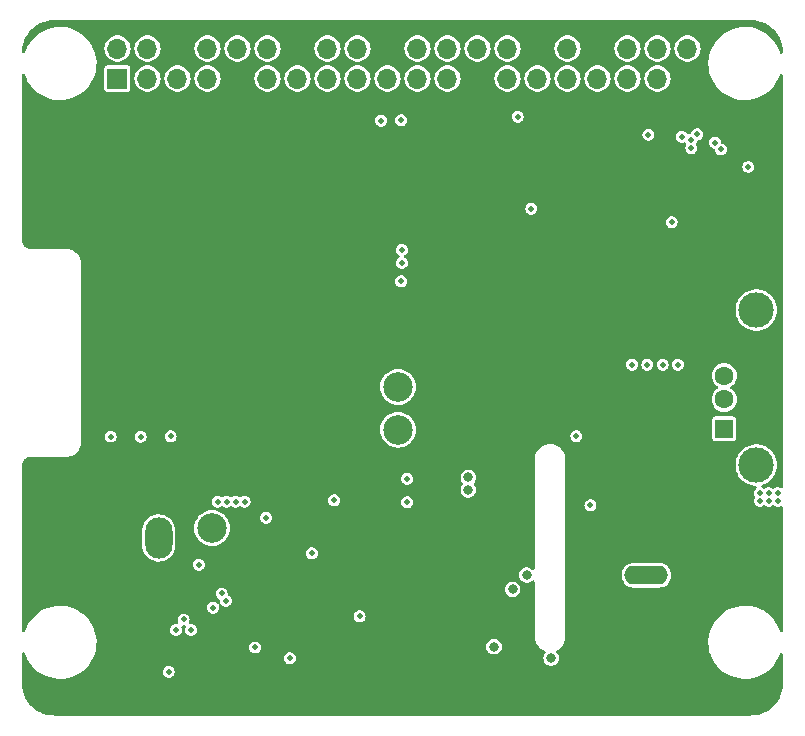
<source format=gbr>
%TF.GenerationSoftware,KiCad,Pcbnew,7.0.2-0*%
%TF.CreationDate,2024-01-28T21:47:35-03:30*%
%TF.ProjectId,ground-station,67726f75-6e64-42d7-9374-6174696f6e2e,rev?*%
%TF.SameCoordinates,Original*%
%TF.FileFunction,Copper,L2,Inr*%
%TF.FilePolarity,Positive*%
%FSLAX46Y46*%
G04 Gerber Fmt 4.6, Leading zero omitted, Abs format (unit mm)*
G04 Created by KiCad (PCBNEW 7.0.2-0) date 2024-01-28 21:47:35*
%MOMM*%
%LPD*%
G01*
G04 APERTURE LIST*
%TA.AperFunction,ComponentPad*%
%ADD10R,1.700000X1.700000*%
%TD*%
%TA.AperFunction,ComponentPad*%
%ADD11O,1.700000X1.700000*%
%TD*%
%TA.AperFunction,ComponentPad*%
%ADD12O,2.300000X3.500000*%
%TD*%
%TA.AperFunction,ComponentPad*%
%ADD13O,3.500000X2.000000*%
%TD*%
%TA.AperFunction,ComponentPad*%
%ADD14O,3.700000X1.600000*%
%TD*%
%TA.AperFunction,ComponentPad*%
%ADD15C,2.500000*%
%TD*%
%TA.AperFunction,ComponentPad*%
%ADD16R,1.500000X1.600000*%
%TD*%
%TA.AperFunction,ComponentPad*%
%ADD17C,1.600000*%
%TD*%
%TA.AperFunction,ComponentPad*%
%ADD18C,3.000000*%
%TD*%
%TA.AperFunction,ViaPad*%
%ADD19C,0.500000*%
%TD*%
%TA.AperFunction,ViaPad*%
%ADD20C,0.800000*%
%TD*%
G04 APERTURE END LIST*
D10*
%TO.N,unconnected-(J101-3V3-Pad1)*%
%TO.C,J101*%
X108560000Y-71150000D03*
D11*
%TO.N,Net-(J101-5V-Pad2)*%
X108560000Y-68610000D03*
%TO.N,unconnected-(J101-SDA{slash}GPIO2-Pad3)*%
X111100000Y-71150000D03*
%TO.N,Net-(J101-5V-Pad2)*%
X111100000Y-68610000D03*
%TO.N,unconnected-(J101-SCL{slash}GPIO3-Pad5)*%
X113640000Y-71150000D03*
%TO.N,GND*%
X113640000Y-68610000D03*
%TO.N,/DIGITAL_RADIO_DIO1*%
X116180000Y-71150000D03*
%TO.N,/GPS_UART_RX*%
X116180000Y-68610000D03*
%TO.N,GND*%
X118720000Y-71150000D03*
%TO.N,/GPS_UART_TX*%
X118720000Y-68610000D03*
%TO.N,unconnected-(J101-GPIO17-Pad11)*%
X121260000Y-71150000D03*
%TO.N,unconnected-(J101-GPIO18{slash}PWM0-Pad12)*%
X121260000Y-68610000D03*
%TO.N,/VIDEO_CH3*%
X123800000Y-71150000D03*
%TO.N,GND*%
X123800000Y-68610000D03*
%TO.N,/~{DIGITIZER_PWRDWN}*%
X126340000Y-71150000D03*
%TO.N,/~{DIGITIZER_RESET}*%
X126340000Y-68610000D03*
%TO.N,unconnected-(J101-3V3-Pad17)*%
X128880000Y-71150000D03*
%TO.N,unconnected-(J101-GPIO24-Pad18)*%
X128880000Y-68610000D03*
%TO.N,/DIGITAL_RADIO_MOSI*%
X131420000Y-71150000D03*
%TO.N,GND*%
X131420000Y-68610000D03*
%TO.N,/DIGITAL_RADIO_MISO*%
X133960000Y-71150000D03*
%TO.N,/VIDEO_CH1*%
X133960000Y-68610000D03*
%TO.N,/DIGITAL_RADIO_SCLK*%
X136500000Y-71150000D03*
%TO.N,/~{DIGITAL_RADIO_nCS}*%
X136500000Y-68610000D03*
%TO.N,GND*%
X139040000Y-71150000D03*
%TO.N,/~{DIGITAL_RADIO_RESET}*%
X139040000Y-68610000D03*
%TO.N,unconnected-(J101-ID_SD{slash}GPIO0-Pad27)*%
X141580000Y-71150000D03*
%TO.N,unconnected-(J101-ID_SC{slash}GPIO1-Pad28)*%
X141580000Y-68610000D03*
%TO.N,/DIGITAL_RADIO_DIO3*%
X144120000Y-71150000D03*
%TO.N,GND*%
X144120000Y-68610000D03*
%TO.N,/DIGITAL_RADIO_BUSY*%
X146660000Y-71150000D03*
%TO.N,unconnected-(J101-PWM0{slash}GPIO12-Pad32)*%
X146660000Y-68610000D03*
%TO.N,/~{DIGITIZER_INTRQ}*%
X149200000Y-71150000D03*
%TO.N,GND*%
X149200000Y-68610000D03*
%TO.N,unconnected-(J101-GPIO19{slash}MISO1-Pad35)*%
X151740000Y-71150000D03*
%TO.N,/~{GPS_RESET}*%
X151740000Y-68610000D03*
%TO.N,/VIDEO_CH2*%
X154280000Y-71150000D03*
%TO.N,unconnected-(J101-GPIO20{slash}MOSI1-Pad38)*%
X154280000Y-68610000D03*
%TO.N,GND*%
X156820000Y-71150000D03*
%TO.N,unconnected-(J101-GPIO21{slash}SCLK1-Pad40)*%
X156820000Y-68610000D03*
%TD*%
D12*
%TO.N,Net-(J3-In)*%
%TO.C,J3*%
X112060000Y-110040000D03*
D13*
%TO.N,GND*%
X103360000Y-110040000D03*
%TD*%
D14*
%TO.N,+5V*%
%TO.C,J2*%
X153350000Y-113200000D03*
%TO.N,GND*%
X153350000Y-119500000D03*
%TD*%
D15*
%TO.N,Net-(U202-RSSI)*%
%TO.C,TP1*%
X132320000Y-97260000D03*
%TD*%
D16*
%TO.N,+5V*%
%TO.C,J1*%
X159940000Y-100810000D03*
D17*
%TO.N,unconnected-(J1-D--Pad2)*%
X159940000Y-98310000D03*
%TO.N,unconnected-(J1-D+-Pad3)*%
X159940000Y-96310000D03*
%TO.N,GND*%
X159940000Y-93810000D03*
D18*
%TO.N,Net-(J1-Shield)*%
X162650000Y-103880000D03*
X162650000Y-90740000D03*
%TD*%
D15*
%TO.N,Net-(U202-AUDIO)*%
%TO.C,TP2*%
X132320000Y-100890000D03*
%TD*%
%TO.N,Net-(U601-AIN2)*%
%TO.C,TP3*%
X116570000Y-109210000D03*
%TD*%
D19*
%TO.N,+5V*%
X119320000Y-106980000D03*
X117800000Y-106980000D03*
X117040000Y-106980000D03*
X118560000Y-106980000D03*
%TO.N,GND*%
X147320000Y-111760000D03*
X132240000Y-111748571D03*
X107950000Y-107950000D03*
X147320000Y-88900000D03*
X132240000Y-109742857D03*
X130350000Y-115760000D03*
X114300000Y-88900000D03*
X152400000Y-86360000D03*
X125730000Y-113090000D03*
X139700000Y-83820000D03*
X132240000Y-113754285D03*
X147980000Y-99910000D03*
X154940000Y-86360000D03*
X131096666Y-108730000D03*
X127900000Y-109460000D03*
X157670000Y-109842500D03*
X117450000Y-116660000D03*
X158440000Y-108812500D03*
X138440000Y-117940000D03*
X148080000Y-102960000D03*
X158440000Y-110842500D03*
X149860000Y-86360000D03*
X107950000Y-120650000D03*
X149220000Y-99910000D03*
X155210000Y-110880000D03*
X158440000Y-109832500D03*
X132200000Y-108920000D03*
X147320000Y-83820000D03*
X127000000Y-95250000D03*
X132240000Y-114757142D03*
X152400000Y-107950000D03*
X120650000Y-88900000D03*
X141460000Y-108940000D03*
X137980000Y-108970000D03*
X147320000Y-116840000D03*
X152400000Y-83820000D03*
X141610000Y-111940000D03*
X159240000Y-75780000D03*
X154940000Y-88900000D03*
X107950000Y-82550000D03*
X148080000Y-104910000D03*
X127250000Y-110410000D03*
X111760000Y-121920000D03*
X147320000Y-86360000D03*
X157670000Y-108822500D03*
X107950000Y-114300000D03*
X114300000Y-82550000D03*
X155448000Y-82042000D03*
X146050000Y-82550000D03*
X107950000Y-88900000D03*
X132240000Y-110745714D03*
X122440000Y-109730000D03*
X132240000Y-112751428D03*
X134960000Y-117940000D03*
X138090000Y-111950000D03*
X129953333Y-108730000D03*
X148600000Y-99910000D03*
X128810000Y-108730000D03*
X132240000Y-115760000D03*
X107950000Y-95250000D03*
X152400000Y-88900000D03*
X127070000Y-113660000D03*
X137160000Y-96520000D03*
X142240000Y-83820000D03*
X126580000Y-111360000D03*
X150695000Y-111280000D03*
X149860000Y-83820000D03*
X148080000Y-103610000D03*
X114300000Y-95250000D03*
X160680000Y-105070000D03*
X131295000Y-115760000D03*
X146050000Y-95250000D03*
X133350000Y-76200000D03*
X162030000Y-81290000D03*
X133350000Y-120650000D03*
X120650000Y-82550000D03*
X149840000Y-99910000D03*
X139700000Y-95250000D03*
X142760000Y-82180000D03*
X137160000Y-99060000D03*
X118740000Y-117980000D03*
X157670000Y-110852500D03*
X149860000Y-88900000D03*
X148080000Y-104260000D03*
X111760000Y-116840000D03*
X145730000Y-80250000D03*
X120650000Y-120650000D03*
%TO.N,+3V3*%
X161980000Y-78640000D03*
X114160000Y-116950000D03*
X133092500Y-107007500D03*
X113510000Y-117840000D03*
X114810000Y-117840000D03*
X152130000Y-95380000D03*
X154723332Y-95380000D03*
X155480000Y-83310000D03*
X153426666Y-95380000D03*
X156020000Y-95380000D03*
X143600000Y-82160000D03*
X132570000Y-88330000D03*
%TO.N,/Video Digitizer/DIGITIZER_ANALOG_SUPPLY*%
X121160000Y-108340000D03*
X125030000Y-111350000D03*
%TO.N,/Video Digitizer/DIGITIZER_DIGITAL_SUPPLY*%
X129060000Y-116680000D03*
X120210000Y-119320000D03*
%TO.N,/Video Digitizer/VID_EN_1V8*%
X133100000Y-105040000D03*
X112900000Y-121390000D03*
%TO.N,/DIGITAL_RADIO_DIO1*%
X159655500Y-77150000D03*
%TO.N,/DIGITAL_RADIO_BUSY*%
X159159500Y-76577406D03*
%TO.N,/~{DIGITAL_RADIO_RESET}*%
X157660000Y-75880000D03*
%TO.N,/~{DIGITAL_RADIO_nCS}*%
X153520000Y-75920000D03*
%TO.N,/DIGITAL_RADIO_MISO*%
X157117001Y-76339646D03*
%TO.N,/DIGITAL_RADIO_MOSI*%
X157151714Y-77038286D03*
%TO.N,/DIGITAL_RADIO_SCLK*%
X156340000Y-76070500D03*
%TO.N,Net-(J101-5V-Pad2)*%
X164460000Y-106890000D03*
X162940000Y-106260000D03*
X162950000Y-106890000D03*
X163705000Y-106890000D03*
X163695000Y-106260000D03*
X164450000Y-106260000D03*
%TO.N,/GPS_UART_RX*%
X132640000Y-86760000D03*
%TO.N,/GPS_UART_TX*%
X132640000Y-85660000D03*
%TO.N,/VIDEO_CH3*%
X130880000Y-74710000D03*
X113060000Y-101450000D03*
%TO.N,/~{DIGITIZER_PWRDWN}*%
X116660000Y-115950000D03*
%TO.N,/~{DIGITIZER_RESET}*%
X115460000Y-112300000D03*
%TO.N,/VIDEO_CH1*%
X107980000Y-101460000D03*
X132570000Y-74680000D03*
%TO.N,/~{DIGITIZER_INTRQ}*%
X123170000Y-120230000D03*
%TO.N,/VIDEO_CH2*%
X110520000Y-101470000D03*
X142450000Y-74370000D03*
D20*
%TO.N,/CAM_D1_CONN_N*%
X142018959Y-114391041D03*
X140440000Y-119260000D03*
%TO.N,/CAM_D1_CONN_P*%
X145280000Y-120220000D03*
X143221041Y-113188959D03*
D19*
%TO.N,/CAM_SCL*%
X117750000Y-115360000D03*
D20*
X138270000Y-105970000D03*
%TO.N,/CAM_SDA*%
X138270000Y-104920000D03*
D19*
X117390000Y-114750000D03*
%TO.N,Net-(U3-EN)*%
X147410453Y-101426921D03*
X148610000Y-107280000D03*
%TO.N,Net-(J3-In)*%
X126900000Y-106870000D03*
%TD*%
%TA.AperFunction,Conductor*%
%TO.N,GND*%
G36*
X162193472Y-66180695D02*
G01*
X162485306Y-66197084D01*
X162499103Y-66198638D01*
X162783827Y-66247015D01*
X162797384Y-66250109D01*
X163074899Y-66330060D01*
X163088025Y-66334653D01*
X163354841Y-66445172D01*
X163367355Y-66451198D01*
X163533444Y-66542992D01*
X163620125Y-66590899D01*
X163631899Y-66598297D01*
X163867430Y-66765415D01*
X163878302Y-66774085D01*
X163901346Y-66794678D01*
X164018563Y-66899430D01*
X164093642Y-66966524D01*
X164103473Y-66976355D01*
X164196053Y-67079952D01*
X164295914Y-67191697D01*
X164304584Y-67202569D01*
X164471702Y-67438100D01*
X164479100Y-67449874D01*
X164618797Y-67702637D01*
X164624830Y-67715165D01*
X164735346Y-67981975D01*
X164739939Y-67995100D01*
X164819890Y-68272615D01*
X164822984Y-68286172D01*
X164871359Y-68570885D01*
X164872916Y-68584703D01*
X164889305Y-68876527D01*
X164889500Y-68883480D01*
X164889500Y-68910715D01*
X164869815Y-68977754D01*
X164817011Y-69023509D01*
X164747853Y-69033453D01*
X164684297Y-69004428D01*
X164647569Y-68949033D01*
X164630479Y-68896436D01*
X164583964Y-68753277D01*
X164436664Y-68430734D01*
X164253557Y-68127085D01*
X164037029Y-67846287D01*
X163897424Y-67702637D01*
X163792380Y-67594549D01*
X163792373Y-67594543D01*
X163789905Y-67592003D01*
X163515405Y-67367545D01*
X163217109Y-67175841D01*
X163213686Y-67174158D01*
X162902078Y-67020951D01*
X162902070Y-67020947D01*
X162898904Y-67019391D01*
X162895582Y-67018206D01*
X162895571Y-67018201D01*
X162568274Y-66901421D01*
X162568259Y-66901416D01*
X162564939Y-66900232D01*
X162548688Y-66896453D01*
X162223011Y-66820720D01*
X162223000Y-66820718D01*
X162219568Y-66819920D01*
X162216067Y-66819518D01*
X162216054Y-66819516D01*
X161870810Y-66779903D01*
X161870800Y-66779902D01*
X161867293Y-66779500D01*
X161601424Y-66779500D01*
X161599669Y-66779600D01*
X161599646Y-66779601D01*
X161339531Y-66794475D01*
X161339520Y-66794476D01*
X161335992Y-66794678D01*
X161332511Y-66795280D01*
X161332497Y-66795282D01*
X160990090Y-66854539D01*
X160986600Y-66855143D01*
X160983209Y-66856138D01*
X160983199Y-66856141D01*
X160649771Y-66954044D01*
X160649764Y-66954046D01*
X160646377Y-66955041D01*
X160643127Y-66956414D01*
X160643117Y-66956418D01*
X160323027Y-67091689D01*
X160323013Y-67091695D01*
X160319759Y-67093071D01*
X160316683Y-67094808D01*
X160316673Y-67094813D01*
X160014077Y-67265696D01*
X160014062Y-67265705D01*
X160011005Y-67267432D01*
X160008156Y-67269501D01*
X160008148Y-67269507D01*
X159726998Y-67473775D01*
X159726989Y-67473782D01*
X159724139Y-67475853D01*
X159721542Y-67478236D01*
X159721534Y-67478243D01*
X159465511Y-67713219D01*
X159465505Y-67713224D01*
X159462901Y-67715615D01*
X159460592Y-67718279D01*
X159460580Y-67718292D01*
X159233013Y-67980919D01*
X159230696Y-67983593D01*
X159228703Y-67986507D01*
X159228695Y-67986518D01*
X159032557Y-68273360D01*
X159032547Y-68273375D01*
X159030552Y-68276294D01*
X159028903Y-68279418D01*
X159028894Y-68279434D01*
X158866732Y-68586768D01*
X158866727Y-68586776D01*
X158865079Y-68589902D01*
X158863793Y-68593204D01*
X158863793Y-68593205D01*
X158740175Y-68910715D01*
X158736432Y-68920328D01*
X158735534Y-68923740D01*
X158735530Y-68923756D01*
X158647192Y-69259830D01*
X158647189Y-69259840D01*
X158646290Y-69263264D01*
X158645785Y-69266771D01*
X158645785Y-69266775D01*
X158612945Y-69495186D01*
X158595827Y-69614241D01*
X158595725Y-69617785D01*
X158595725Y-69617794D01*
X158585802Y-69965127D01*
X158585802Y-69965137D01*
X158585701Y-69968683D01*
X158586004Y-69972221D01*
X158586005Y-69972224D01*
X158605629Y-70200698D01*
X158616045Y-70321968D01*
X158616749Y-70325445D01*
X158616750Y-70325448D01*
X158685757Y-70666012D01*
X158685760Y-70666026D01*
X158686463Y-70669492D01*
X158687557Y-70672861D01*
X158687559Y-70672866D01*
X158748369Y-70860021D01*
X158796036Y-71006723D01*
X158797509Y-71009949D01*
X158797512Y-71009956D01*
X158872077Y-71173231D01*
X158943336Y-71329266D01*
X159126443Y-71632915D01*
X159342971Y-71913713D01*
X159458953Y-72033056D01*
X159587619Y-72165450D01*
X159587625Y-72165456D01*
X159590095Y-72167997D01*
X159864595Y-72392455D01*
X160162891Y-72584159D01*
X160481096Y-72740609D01*
X160484425Y-72741797D01*
X160484428Y-72741798D01*
X160811725Y-72858578D01*
X160811729Y-72858579D01*
X160815061Y-72859768D01*
X161160432Y-72940080D01*
X161512707Y-72980500D01*
X161516250Y-72980500D01*
X161776791Y-72980500D01*
X161778576Y-72980500D01*
X162044008Y-72965322D01*
X162393400Y-72904857D01*
X162733623Y-72804959D01*
X163060241Y-72666929D01*
X163368995Y-72492568D01*
X163655861Y-72284147D01*
X163917099Y-72044385D01*
X164149304Y-71776407D01*
X164349448Y-71483706D01*
X164514921Y-71170098D01*
X164643568Y-70839672D01*
X164645574Y-70832038D01*
X164681653Y-70772208D01*
X164744354Y-70741379D01*
X164813768Y-70749343D01*
X164867858Y-70793571D01*
X164889449Y-70860021D01*
X164889500Y-70863563D01*
X164889500Y-105715660D01*
X164869815Y-105782699D01*
X164817011Y-105828454D01*
X164747853Y-105838398D01*
X164698460Y-105819975D01*
X164686390Y-105812218D01*
X164661732Y-105796371D01*
X164522536Y-105755500D01*
X164377464Y-105755500D01*
X164238268Y-105796371D01*
X164139539Y-105859820D01*
X164072499Y-105879504D01*
X164005461Y-105859820D01*
X163931390Y-105812218D01*
X163906732Y-105796371D01*
X163767536Y-105755500D01*
X163622464Y-105755500D01*
X163483268Y-105796371D01*
X163384539Y-105859820D01*
X163317499Y-105879504D01*
X163250461Y-105859820D01*
X163176390Y-105812218D01*
X163151732Y-105796371D01*
X163151730Y-105796370D01*
X163136734Y-105786733D01*
X163137499Y-105785541D01*
X163097770Y-105760006D01*
X163068749Y-105696449D01*
X163078697Y-105627291D01*
X163124455Y-105574490D01*
X163154932Y-105560320D01*
X163292788Y-105517798D01*
X163529710Y-105403702D01*
X163746980Y-105255570D01*
X163939746Y-105076710D01*
X164103701Y-104871117D01*
X164235183Y-104643384D01*
X164331254Y-104398598D01*
X164389769Y-104142228D01*
X164409420Y-103880000D01*
X164389769Y-103617772D01*
X164331254Y-103361402D01*
X164235183Y-103116616D01*
X164103701Y-102888883D01*
X163939746Y-102683290D01*
X163746980Y-102504430D01*
X163529710Y-102356298D01*
X163529709Y-102356297D01*
X163529707Y-102356296D01*
X163347647Y-102268621D01*
X163292788Y-102242202D01*
X163215276Y-102218292D01*
X163041507Y-102164691D01*
X162781482Y-102125500D01*
X162518518Y-102125500D01*
X162258492Y-102164691D01*
X162007212Y-102242202D01*
X161770292Y-102356296D01*
X161553018Y-102504431D01*
X161360253Y-102683290D01*
X161196298Y-102888883D01*
X161064816Y-103116617D01*
X160968746Y-103361399D01*
X160910230Y-103617774D01*
X160890579Y-103880000D01*
X160910230Y-104142225D01*
X160968746Y-104398600D01*
X161064816Y-104643382D01*
X161134710Y-104764443D01*
X161196299Y-104871117D01*
X161360254Y-105076710D01*
X161553020Y-105255570D01*
X161770290Y-105403702D01*
X162007212Y-105517798D01*
X162258492Y-105595308D01*
X162518518Y-105634500D01*
X162557841Y-105634500D01*
X162624880Y-105654185D01*
X162670635Y-105706989D01*
X162680579Y-105776147D01*
X162651554Y-105839703D01*
X162624884Y-105862812D01*
X162613744Y-105869971D01*
X162606224Y-105874804D01*
X162511222Y-105984443D01*
X162450957Y-106116403D01*
X162430312Y-106260000D01*
X162450957Y-106403596D01*
X162510710Y-106534435D01*
X162520654Y-106603594D01*
X162510711Y-106637458D01*
X162460957Y-106746404D01*
X162440312Y-106890000D01*
X162460957Y-107033596D01*
X162507908Y-107136403D01*
X162521223Y-107165558D01*
X162616225Y-107275196D01*
X162738268Y-107353629D01*
X162877464Y-107394500D01*
X163022536Y-107394500D01*
X163161732Y-107353629D01*
X163260463Y-107290177D01*
X163327498Y-107270494D01*
X163394537Y-107290178D01*
X163493268Y-107353629D01*
X163632464Y-107394500D01*
X163777536Y-107394500D01*
X163916732Y-107353629D01*
X164015462Y-107290178D01*
X164082499Y-107270494D01*
X164149535Y-107290177D01*
X164248268Y-107353629D01*
X164387464Y-107394500D01*
X164532536Y-107394500D01*
X164671732Y-107353629D01*
X164698463Y-107336449D01*
X164765499Y-107316766D01*
X164832538Y-107336450D01*
X164878294Y-107389253D01*
X164889500Y-107440766D01*
X164889500Y-117910715D01*
X164869815Y-117977754D01*
X164817011Y-118023509D01*
X164747853Y-118033453D01*
X164684297Y-118004428D01*
X164647569Y-117949033D01*
X164585061Y-117756654D01*
X164583964Y-117753277D01*
X164436664Y-117430734D01*
X164253557Y-117127085D01*
X164037029Y-116846287D01*
X163870023Y-116674442D01*
X163792380Y-116594549D01*
X163792373Y-116594543D01*
X163789905Y-116592003D01*
X163515405Y-116367545D01*
X163217109Y-116175841D01*
X163213686Y-116174158D01*
X162902078Y-116020951D01*
X162902070Y-116020947D01*
X162898904Y-116019391D01*
X162895582Y-116018206D01*
X162895571Y-116018201D01*
X162568274Y-115901421D01*
X162568259Y-115901416D01*
X162564939Y-115900232D01*
X162548688Y-115896453D01*
X162223011Y-115820720D01*
X162223000Y-115820718D01*
X162219568Y-115819920D01*
X162216067Y-115819518D01*
X162216054Y-115819516D01*
X161870810Y-115779903D01*
X161870800Y-115779902D01*
X161867293Y-115779500D01*
X161601424Y-115779500D01*
X161599669Y-115779600D01*
X161599646Y-115779601D01*
X161339531Y-115794475D01*
X161339520Y-115794476D01*
X161335992Y-115794678D01*
X161332511Y-115795280D01*
X161332497Y-115795282D01*
X160990090Y-115854539D01*
X160986600Y-115855143D01*
X160983209Y-115856138D01*
X160983199Y-115856141D01*
X160649771Y-115954044D01*
X160649764Y-115954046D01*
X160646377Y-115955041D01*
X160643127Y-115956414D01*
X160643117Y-115956418D01*
X160323027Y-116091689D01*
X160323013Y-116091695D01*
X160319759Y-116093071D01*
X160316683Y-116094808D01*
X160316673Y-116094813D01*
X160014077Y-116265696D01*
X160014062Y-116265705D01*
X160011005Y-116267432D01*
X160008156Y-116269501D01*
X160008148Y-116269507D01*
X159726998Y-116473775D01*
X159726989Y-116473782D01*
X159724139Y-116475853D01*
X159721542Y-116478236D01*
X159721534Y-116478243D01*
X159465511Y-116713219D01*
X159465505Y-116713224D01*
X159462901Y-116715615D01*
X159460592Y-116718279D01*
X159460580Y-116718292D01*
X159233013Y-116980919D01*
X159230696Y-116983593D01*
X159228703Y-116986507D01*
X159228695Y-116986518D01*
X159032557Y-117273360D01*
X159032547Y-117273375D01*
X159030552Y-117276294D01*
X159028903Y-117279418D01*
X159028894Y-117279434D01*
X158866732Y-117586768D01*
X158866727Y-117586776D01*
X158865079Y-117589902D01*
X158863793Y-117593204D01*
X158863793Y-117593205D01*
X158740175Y-117910715D01*
X158736432Y-117920328D01*
X158735534Y-117923740D01*
X158735530Y-117923756D01*
X158647192Y-118259830D01*
X158647189Y-118259840D01*
X158646290Y-118263264D01*
X158645785Y-118266771D01*
X158645785Y-118266775D01*
X158620654Y-118441569D01*
X158595827Y-118614241D01*
X158595725Y-118617785D01*
X158595725Y-118617794D01*
X158585802Y-118965127D01*
X158585802Y-118965137D01*
X158585701Y-118968683D01*
X158586004Y-118972221D01*
X158586005Y-118972224D01*
X158611051Y-119263823D01*
X158616045Y-119321968D01*
X158616749Y-119325445D01*
X158616750Y-119325448D01*
X158685757Y-119666012D01*
X158685760Y-119666026D01*
X158686463Y-119669492D01*
X158687557Y-119672861D01*
X158687559Y-119672866D01*
X158779048Y-119954442D01*
X158796036Y-120006723D01*
X158797509Y-120009949D01*
X158797512Y-120009956D01*
X158893436Y-120220000D01*
X158943336Y-120329266D01*
X158945168Y-120332304D01*
X159062208Y-120526394D01*
X159126443Y-120632915D01*
X159342971Y-120913713D01*
X159355273Y-120926371D01*
X159587619Y-121165450D01*
X159587625Y-121165456D01*
X159590095Y-121167997D01*
X159864595Y-121392455D01*
X160162891Y-121584159D01*
X160481096Y-121740609D01*
X160484425Y-121741797D01*
X160484428Y-121741798D01*
X160811725Y-121858578D01*
X160811729Y-121858579D01*
X160815061Y-121859768D01*
X161160432Y-121940080D01*
X161512707Y-121980500D01*
X161516250Y-121980500D01*
X161776791Y-121980500D01*
X161778576Y-121980500D01*
X162044008Y-121965322D01*
X162393400Y-121904857D01*
X162733623Y-121804959D01*
X163060241Y-121666929D01*
X163368995Y-121492568D01*
X163655861Y-121284147D01*
X163917099Y-121044385D01*
X164149304Y-120776407D01*
X164349448Y-120483706D01*
X164514921Y-120170098D01*
X164643568Y-119839672D01*
X164645574Y-119832038D01*
X164681653Y-119772208D01*
X164744354Y-119741379D01*
X164813768Y-119749343D01*
X164867858Y-119793571D01*
X164889449Y-119860021D01*
X164889500Y-119863563D01*
X164889500Y-122376519D01*
X164889305Y-122383472D01*
X164872916Y-122675296D01*
X164871359Y-122689114D01*
X164822984Y-122973827D01*
X164819890Y-122987384D01*
X164739939Y-123264899D01*
X164735346Y-123278024D01*
X164624830Y-123544834D01*
X164618797Y-123557362D01*
X164479100Y-123810125D01*
X164471702Y-123821899D01*
X164304584Y-124057430D01*
X164295914Y-124068302D01*
X164103475Y-124283642D01*
X164093642Y-124293475D01*
X163878302Y-124485914D01*
X163867430Y-124494584D01*
X163631899Y-124661702D01*
X163620125Y-124669100D01*
X163367362Y-124808797D01*
X163354834Y-124814830D01*
X163088024Y-124925346D01*
X163074899Y-124929939D01*
X162797384Y-125009890D01*
X162783827Y-125012984D01*
X162499114Y-125061359D01*
X162485296Y-125062916D01*
X162193472Y-125079305D01*
X162186519Y-125079500D01*
X103193481Y-125079500D01*
X103186528Y-125079305D01*
X102894703Y-125062916D01*
X102880885Y-125061359D01*
X102596172Y-125012984D01*
X102582615Y-125009890D01*
X102305100Y-124929939D01*
X102291975Y-124925346D01*
X102025165Y-124814830D01*
X102012637Y-124808797D01*
X101759874Y-124669100D01*
X101748100Y-124661702D01*
X101512569Y-124494584D01*
X101501697Y-124485914D01*
X101286357Y-124293475D01*
X101276524Y-124283642D01*
X101084085Y-124068302D01*
X101075415Y-124057430D01*
X100908297Y-123821899D01*
X100900899Y-123810125D01*
X100761202Y-123557362D01*
X100755172Y-123544841D01*
X100644653Y-123278024D01*
X100640060Y-123264899D01*
X100560109Y-122987384D01*
X100557015Y-122973827D01*
X100543965Y-122897020D01*
X100508638Y-122689103D01*
X100507084Y-122675306D01*
X100490693Y-122383436D01*
X100490500Y-122376551D01*
X100490500Y-122332405D01*
X100490500Y-119849283D01*
X100510185Y-119782245D01*
X100562989Y-119736490D01*
X100632147Y-119726546D01*
X100695703Y-119755571D01*
X100732430Y-119810965D01*
X100796036Y-120006723D01*
X100797509Y-120009949D01*
X100797512Y-120009956D01*
X100893436Y-120220000D01*
X100943336Y-120329266D01*
X100945168Y-120332304D01*
X101062208Y-120526394D01*
X101126443Y-120632915D01*
X101342971Y-120913713D01*
X101355273Y-120926371D01*
X101587619Y-121165450D01*
X101587625Y-121165456D01*
X101590095Y-121167997D01*
X101864595Y-121392455D01*
X102162891Y-121584159D01*
X102481096Y-121740609D01*
X102484425Y-121741797D01*
X102484428Y-121741798D01*
X102811725Y-121858578D01*
X102811729Y-121858579D01*
X102815061Y-121859768D01*
X103160432Y-121940080D01*
X103512707Y-121980500D01*
X103516250Y-121980500D01*
X103776791Y-121980500D01*
X103778576Y-121980500D01*
X104044008Y-121965322D01*
X104393400Y-121904857D01*
X104733623Y-121804959D01*
X105060241Y-121666929D01*
X105368995Y-121492568D01*
X105510167Y-121390000D01*
X112390312Y-121390000D01*
X112410957Y-121533596D01*
X112471053Y-121665186D01*
X112471223Y-121665558D01*
X112566225Y-121775196D01*
X112688268Y-121853629D01*
X112827464Y-121894500D01*
X112972536Y-121894500D01*
X113111732Y-121853629D01*
X113233775Y-121775196D01*
X113328777Y-121665558D01*
X113389042Y-121533596D01*
X113409688Y-121390000D01*
X113389042Y-121246404D01*
X113328777Y-121114442D01*
X113233775Y-121004804D01*
X113233774Y-121004803D01*
X113190163Y-120976776D01*
X113111732Y-120926371D01*
X112972536Y-120885500D01*
X112827464Y-120885500D01*
X112688268Y-120926371D01*
X112566225Y-121004803D01*
X112471222Y-121114443D01*
X112410957Y-121246403D01*
X112390312Y-121390000D01*
X105510167Y-121390000D01*
X105655861Y-121284147D01*
X105917099Y-121044385D01*
X106149304Y-120776407D01*
X106349448Y-120483706D01*
X106483314Y-120230000D01*
X122660312Y-120230000D01*
X122680957Y-120373596D01*
X122732583Y-120486639D01*
X122741223Y-120505558D01*
X122836225Y-120615196D01*
X122958268Y-120693629D01*
X123097464Y-120734500D01*
X123242536Y-120734500D01*
X123381732Y-120693629D01*
X123503775Y-120615196D01*
X123598777Y-120505558D01*
X123659042Y-120373596D01*
X123679688Y-120230000D01*
X123659042Y-120086404D01*
X123598777Y-119954442D01*
X123503775Y-119844804D01*
X123503774Y-119844803D01*
X123460164Y-119816776D01*
X123381732Y-119766371D01*
X123242536Y-119725500D01*
X123097464Y-119725500D01*
X122958268Y-119766371D01*
X122836225Y-119844803D01*
X122741222Y-119954443D01*
X122680957Y-120086403D01*
X122660312Y-120230000D01*
X106483314Y-120230000D01*
X106514921Y-120170098D01*
X106643568Y-119839672D01*
X106733710Y-119496736D01*
X106759121Y-119320000D01*
X119700312Y-119320000D01*
X119720957Y-119463596D01*
X119781222Y-119595556D01*
X119781223Y-119595558D01*
X119876225Y-119705196D01*
X119998268Y-119783629D01*
X120137464Y-119824500D01*
X120282536Y-119824500D01*
X120421732Y-119783629D01*
X120543775Y-119705196D01*
X120638777Y-119595558D01*
X120699042Y-119463596D01*
X120719688Y-119320000D01*
X120711061Y-119260000D01*
X139780692Y-119260000D01*
X139799851Y-119417782D01*
X139856212Y-119566394D01*
X139856213Y-119566395D01*
X139946502Y-119697201D01*
X140044336Y-119783875D01*
X140065472Y-119802600D01*
X140174879Y-119860021D01*
X140206207Y-119876463D01*
X140360529Y-119914500D01*
X140360530Y-119914500D01*
X140519470Y-119914500D01*
X140519471Y-119914500D01*
X140673793Y-119876463D01*
X140814529Y-119802599D01*
X140933498Y-119697201D01*
X141023787Y-119566395D01*
X141080149Y-119417782D01*
X141099307Y-119260000D01*
X141080149Y-119102218D01*
X141023787Y-118953605D01*
X140933498Y-118822799D01*
X140814529Y-118717401D01*
X140814527Y-118717399D01*
X140673794Y-118643537D01*
X140596632Y-118624518D01*
X140519471Y-118605500D01*
X140360529Y-118605500D01*
X140310650Y-118617794D01*
X140206205Y-118643537D01*
X140065472Y-118717399D01*
X139946501Y-118822800D01*
X139856212Y-118953605D01*
X139799851Y-119102217D01*
X139780692Y-119260000D01*
X120711061Y-119260000D01*
X120699042Y-119176404D01*
X120686651Y-119149272D01*
X120638777Y-119044443D01*
X120638777Y-119044442D01*
X120543775Y-118934804D01*
X120543774Y-118934803D01*
X120496139Y-118904190D01*
X120421732Y-118856371D01*
X120282536Y-118815500D01*
X120137464Y-118815500D01*
X119998268Y-118856371D01*
X119876225Y-118934803D01*
X119781222Y-119044443D01*
X119720957Y-119176403D01*
X119700312Y-119320000D01*
X106759121Y-119320000D01*
X106784173Y-119145759D01*
X106794299Y-118791317D01*
X106763955Y-118438032D01*
X106693537Y-118090508D01*
X106612142Y-117840000D01*
X113000312Y-117840000D01*
X113020957Y-117983596D01*
X113069783Y-118090508D01*
X113081223Y-118115558D01*
X113176225Y-118225196D01*
X113298268Y-118303629D01*
X113437464Y-118344500D01*
X113582536Y-118344500D01*
X113721732Y-118303629D01*
X113843775Y-118225196D01*
X113938777Y-118115558D01*
X113999042Y-117983596D01*
X114019688Y-117840000D01*
X113999042Y-117696404D01*
X113968722Y-117630012D01*
X113958778Y-117560853D01*
X113987803Y-117497298D01*
X114046581Y-117459523D01*
X114081516Y-117454500D01*
X114238484Y-117454500D01*
X114305523Y-117474185D01*
X114351278Y-117526989D01*
X114361222Y-117596147D01*
X114351278Y-117630012D01*
X114320957Y-117696403D01*
X114300312Y-117840000D01*
X114320957Y-117983596D01*
X114369783Y-118090508D01*
X114381223Y-118115558D01*
X114476225Y-118225196D01*
X114598268Y-118303629D01*
X114737464Y-118344500D01*
X114882536Y-118344500D01*
X115021732Y-118303629D01*
X115143775Y-118225196D01*
X115238777Y-118115558D01*
X115299042Y-117983596D01*
X115319688Y-117840000D01*
X115299042Y-117696404D01*
X115238777Y-117564442D01*
X115143775Y-117454804D01*
X115143774Y-117454803D01*
X115079706Y-117413629D01*
X115021732Y-117376371D01*
X114882536Y-117335500D01*
X114737464Y-117335500D01*
X114731516Y-117335500D01*
X114664477Y-117315815D01*
X114618722Y-117263011D01*
X114608778Y-117193853D01*
X114618722Y-117159988D01*
X114649042Y-117093596D01*
X114653125Y-117065196D01*
X114669688Y-116950000D01*
X114649042Y-116806404D01*
X114591315Y-116679999D01*
X128550312Y-116679999D01*
X128570957Y-116823596D01*
X128628685Y-116950000D01*
X128631223Y-116955558D01*
X128726225Y-117065196D01*
X128848268Y-117143629D01*
X128987464Y-117184500D01*
X129132536Y-117184500D01*
X129271732Y-117143629D01*
X129393775Y-117065196D01*
X129488777Y-116955558D01*
X129549042Y-116823596D01*
X129569688Y-116680000D01*
X129549042Y-116536404D01*
X129488777Y-116404442D01*
X129393775Y-116294804D01*
X129393774Y-116294803D01*
X129348482Y-116265696D01*
X129271732Y-116216371D01*
X129132536Y-116175500D01*
X128987464Y-116175500D01*
X128848268Y-116216371D01*
X128726225Y-116294803D01*
X128631222Y-116404443D01*
X128570957Y-116536403D01*
X128550312Y-116679999D01*
X114591315Y-116679999D01*
X114588777Y-116674442D01*
X114493775Y-116564804D01*
X114493774Y-116564803D01*
X114449583Y-116536403D01*
X114371732Y-116486371D01*
X114232536Y-116445500D01*
X114087464Y-116445500D01*
X113948268Y-116486371D01*
X113826225Y-116564803D01*
X113731222Y-116674443D01*
X113670957Y-116806403D01*
X113650312Y-116950000D01*
X113670957Y-117093596D01*
X113701278Y-117159988D01*
X113711222Y-117229147D01*
X113682197Y-117292702D01*
X113623419Y-117330477D01*
X113588484Y-117335500D01*
X113437464Y-117335500D01*
X113298268Y-117376371D01*
X113176225Y-117454803D01*
X113081222Y-117564443D01*
X113020957Y-117696403D01*
X113000312Y-117840000D01*
X106612142Y-117840000D01*
X106583964Y-117753277D01*
X106436664Y-117430734D01*
X106253557Y-117127085D01*
X106037029Y-116846287D01*
X105870023Y-116674442D01*
X105792380Y-116594549D01*
X105792373Y-116594543D01*
X105789905Y-116592003D01*
X105515405Y-116367545D01*
X105217109Y-116175841D01*
X105213686Y-116174158D01*
X104902078Y-116020951D01*
X104902070Y-116020947D01*
X104898904Y-116019391D01*
X104895582Y-116018206D01*
X104895571Y-116018201D01*
X104704425Y-115950000D01*
X116150312Y-115950000D01*
X116170957Y-116093596D01*
X116207804Y-116174278D01*
X116231223Y-116225558D01*
X116326225Y-116335196D01*
X116448268Y-116413629D01*
X116587464Y-116454500D01*
X116732536Y-116454500D01*
X116871732Y-116413629D01*
X116993775Y-116335196D01*
X117088777Y-116225558D01*
X117149042Y-116093596D01*
X117169688Y-115950000D01*
X117149042Y-115806404D01*
X117149042Y-115806403D01*
X117146505Y-115788757D01*
X117147466Y-115788618D01*
X117140529Y-115740386D01*
X117169552Y-115676829D01*
X117178702Y-115670948D01*
X117111797Y-115670948D01*
X117053019Y-115633174D01*
X117053018Y-115633174D01*
X116993774Y-115564803D01*
X116898534Y-115503596D01*
X116871732Y-115486371D01*
X116732536Y-115445500D01*
X116587464Y-115445500D01*
X116448268Y-115486371D01*
X116326225Y-115564803D01*
X116231222Y-115674443D01*
X116170957Y-115806403D01*
X116150312Y-115950000D01*
X104704425Y-115950000D01*
X104568274Y-115901421D01*
X104568259Y-115901416D01*
X104564939Y-115900232D01*
X104548688Y-115896453D01*
X104223011Y-115820720D01*
X104223000Y-115820718D01*
X104219568Y-115819920D01*
X104216067Y-115819518D01*
X104216054Y-115819516D01*
X103870810Y-115779903D01*
X103870800Y-115779902D01*
X103867293Y-115779500D01*
X103601424Y-115779500D01*
X103599669Y-115779600D01*
X103599646Y-115779601D01*
X103339531Y-115794475D01*
X103339520Y-115794476D01*
X103335992Y-115794678D01*
X103332511Y-115795280D01*
X103332497Y-115795282D01*
X102990090Y-115854539D01*
X102986600Y-115855143D01*
X102983209Y-115856138D01*
X102983199Y-115856141D01*
X102649771Y-115954044D01*
X102649764Y-115954046D01*
X102646377Y-115955041D01*
X102643127Y-115956414D01*
X102643117Y-115956418D01*
X102323027Y-116091689D01*
X102323013Y-116091695D01*
X102319759Y-116093071D01*
X102316683Y-116094808D01*
X102316673Y-116094813D01*
X102014077Y-116265696D01*
X102014062Y-116265705D01*
X102011005Y-116267432D01*
X102008156Y-116269501D01*
X102008148Y-116269507D01*
X101726998Y-116473775D01*
X101726989Y-116473782D01*
X101724139Y-116475853D01*
X101721542Y-116478236D01*
X101721534Y-116478243D01*
X101465511Y-116713219D01*
X101465505Y-116713224D01*
X101462901Y-116715615D01*
X101460592Y-116718279D01*
X101460580Y-116718292D01*
X101233013Y-116980919D01*
X101230696Y-116983593D01*
X101228703Y-116986507D01*
X101228695Y-116986518D01*
X101032557Y-117273360D01*
X101032547Y-117273375D01*
X101030552Y-117276294D01*
X101028903Y-117279418D01*
X101028894Y-117279434D01*
X100866732Y-117586768D01*
X100866727Y-117586776D01*
X100865079Y-117589902D01*
X100863793Y-117593204D01*
X100863793Y-117593205D01*
X100740175Y-117910715D01*
X100736432Y-117920328D01*
X100735533Y-117923749D01*
X100734426Y-117927961D01*
X100698344Y-117987794D01*
X100635642Y-118018620D01*
X100566228Y-118010654D01*
X100512140Y-117966425D01*
X100490550Y-117899974D01*
X100490500Y-117896436D01*
X100490500Y-114750000D01*
X116880312Y-114750000D01*
X116900957Y-114893596D01*
X116952978Y-115007504D01*
X116961223Y-115025558D01*
X117056225Y-115135196D01*
X117178268Y-115213629D01*
X117178269Y-115213629D01*
X117187289Y-115219426D01*
X117233044Y-115272230D01*
X117242987Y-115341384D01*
X117240311Y-115359996D01*
X117263495Y-115521243D01*
X117262533Y-115521381D01*
X117269469Y-115569617D01*
X117240444Y-115633173D01*
X117231296Y-115639051D01*
X117298198Y-115639049D01*
X117356978Y-115676821D01*
X117356981Y-115676825D01*
X117412057Y-115740386D01*
X117416225Y-115745196D01*
X117538268Y-115823629D01*
X117677464Y-115864500D01*
X117822536Y-115864500D01*
X117961732Y-115823629D01*
X118083775Y-115745196D01*
X118178777Y-115635558D01*
X118239042Y-115503596D01*
X118259688Y-115360000D01*
X118241637Y-115234453D01*
X118239042Y-115216403D01*
X118208909Y-115150423D01*
X118178777Y-115084442D01*
X118083775Y-114974804D01*
X118083774Y-114974803D01*
X118042728Y-114948424D01*
X117961732Y-114896371D01*
X117961729Y-114896370D01*
X117952709Y-114890573D01*
X117906955Y-114837769D01*
X117897011Y-114768614D01*
X117899688Y-114750000D01*
X117879042Y-114606404D01*
X117818777Y-114474442D01*
X117746509Y-114391040D01*
X141359651Y-114391040D01*
X141378810Y-114548823D01*
X141435171Y-114697435D01*
X141435172Y-114697436D01*
X141525461Y-114828242D01*
X141633380Y-114923851D01*
X141644431Y-114933641D01*
X141722859Y-114974803D01*
X141785166Y-115007504D01*
X141939488Y-115045541D01*
X141939489Y-115045541D01*
X142098429Y-115045541D01*
X142098430Y-115045541D01*
X142252752Y-115007504D01*
X142393488Y-114933640D01*
X142512457Y-114828242D01*
X142602746Y-114697436D01*
X142659108Y-114548823D01*
X142678266Y-114391041D01*
X142659108Y-114233259D01*
X142602746Y-114084646D01*
X142512457Y-113953840D01*
X142393488Y-113848442D01*
X142393486Y-113848440D01*
X142252753Y-113774578D01*
X142134011Y-113745311D01*
X142098430Y-113736541D01*
X141939488Y-113736541D01*
X141903907Y-113745311D01*
X141785164Y-113774578D01*
X141644431Y-113848440D01*
X141525460Y-113953841D01*
X141435171Y-114084646D01*
X141378810Y-114233258D01*
X141359651Y-114391040D01*
X117746509Y-114391040D01*
X117723775Y-114364804D01*
X117723774Y-114364803D01*
X117680164Y-114336776D01*
X117601732Y-114286371D01*
X117462536Y-114245500D01*
X117317464Y-114245500D01*
X117178268Y-114286371D01*
X117056225Y-114364803D01*
X116961222Y-114474443D01*
X116900957Y-114606403D01*
X116880312Y-114750000D01*
X100490500Y-114750000D01*
X100490500Y-113188959D01*
X142561733Y-113188959D01*
X142580892Y-113346741D01*
X142637253Y-113495353D01*
X142637254Y-113495354D01*
X142727543Y-113626160D01*
X142835462Y-113721769D01*
X142846513Y-113731559D01*
X142987246Y-113805421D01*
X142987248Y-113805422D01*
X143141570Y-113843459D01*
X143141571Y-113843459D01*
X143300511Y-113843459D01*
X143300512Y-113843459D01*
X143454834Y-113805422D01*
X143595570Y-113731558D01*
X143683275Y-113653857D01*
X143746505Y-113624138D01*
X143815768Y-113633320D01*
X143869072Y-113678492D01*
X143889493Y-113745311D01*
X143889500Y-113746674D01*
X143889500Y-118487761D01*
X143924974Y-118700350D01*
X143967012Y-118822800D01*
X143994955Y-118904195D01*
X144089826Y-119079500D01*
X144097537Y-119093749D01*
X144140753Y-119149272D01*
X144229912Y-119263823D01*
X144388479Y-119409794D01*
X144568909Y-119527675D01*
X144733519Y-119599880D01*
X144787004Y-119644835D01*
X144807694Y-119711571D01*
X144789019Y-119778899D01*
X144785758Y-119783875D01*
X144696213Y-119913604D01*
X144639851Y-120062217D01*
X144620692Y-120220000D01*
X144639851Y-120377782D01*
X144696212Y-120526394D01*
X144696213Y-120526395D01*
X144786502Y-120657201D01*
X144873754Y-120734500D01*
X144905472Y-120762600D01*
X145046205Y-120836462D01*
X145046207Y-120836463D01*
X145200529Y-120874500D01*
X145200530Y-120874500D01*
X145359470Y-120874500D01*
X145359471Y-120874500D01*
X145513793Y-120836463D01*
X145654529Y-120762599D01*
X145773498Y-120657201D01*
X145863787Y-120526395D01*
X145920149Y-120377782D01*
X145939307Y-120220000D01*
X145920149Y-120062218D01*
X145863787Y-119913605D01*
X145838149Y-119876462D01*
X145773497Y-119782797D01*
X145738405Y-119751709D01*
X145701278Y-119692520D01*
X145702046Y-119622654D01*
X145740464Y-119564295D01*
X145770817Y-119545340D01*
X145811091Y-119527675D01*
X145991521Y-119409794D01*
X146150088Y-119263823D01*
X146282466Y-119093744D01*
X146385045Y-118904195D01*
X146455026Y-118700348D01*
X146490500Y-118487762D01*
X146490500Y-118380000D01*
X146490500Y-118332405D01*
X146490500Y-118332404D01*
X146490500Y-113200000D01*
X151240398Y-113200000D01*
X151260757Y-113406716D01*
X151321056Y-113605494D01*
X151332101Y-113626158D01*
X151418973Y-113788683D01*
X151463926Y-113843459D01*
X151550747Y-113949252D01*
X151631032Y-114015139D01*
X151711317Y-114081027D01*
X151894508Y-114178945D01*
X152093282Y-114239242D01*
X152248199Y-114254500D01*
X152251249Y-114254500D01*
X154448751Y-114254500D01*
X154451801Y-114254500D01*
X154606718Y-114239242D01*
X154805492Y-114178945D01*
X154988683Y-114081027D01*
X155149252Y-113949252D01*
X155281027Y-113788683D01*
X155378945Y-113605492D01*
X155439242Y-113406718D01*
X155459602Y-113200000D01*
X155439242Y-112993282D01*
X155378945Y-112794508D01*
X155281027Y-112611317D01*
X155215139Y-112531032D01*
X155149252Y-112450747D01*
X155051423Y-112370462D01*
X154988683Y-112318973D01*
X154805492Y-112221055D01*
X154706105Y-112190906D01*
X154606716Y-112160757D01*
X154454835Y-112145798D01*
X154454818Y-112145797D01*
X154451801Y-112145500D01*
X152248199Y-112145500D01*
X152245182Y-112145797D01*
X152245164Y-112145798D01*
X152093283Y-112160757D01*
X151894505Y-112221056D01*
X151711318Y-112318972D01*
X151550747Y-112450747D01*
X151418972Y-112611318D01*
X151321056Y-112794505D01*
X151260757Y-112993283D01*
X151240398Y-113200000D01*
X146490500Y-113200000D01*
X146490500Y-107280000D01*
X148100312Y-107280000D01*
X148120957Y-107423596D01*
X148181222Y-107555556D01*
X148181223Y-107555558D01*
X148276225Y-107665196D01*
X148398268Y-107743629D01*
X148537464Y-107784500D01*
X148682536Y-107784500D01*
X148821732Y-107743629D01*
X148943775Y-107665196D01*
X149038777Y-107555558D01*
X149099042Y-107423596D01*
X149119688Y-107280000D01*
X149099042Y-107136404D01*
X149038777Y-107004442D01*
X148943775Y-106894804D01*
X148943774Y-106894803D01*
X148895694Y-106863904D01*
X148821732Y-106816371D01*
X148682536Y-106775500D01*
X148537464Y-106775500D01*
X148398268Y-106816371D01*
X148276225Y-106894803D01*
X148181222Y-107004443D01*
X148120957Y-107136403D01*
X148100312Y-107280000D01*
X146490500Y-107280000D01*
X146490500Y-103352156D01*
X146490500Y-103272238D01*
X146455026Y-103059652D01*
X146385045Y-102855805D01*
X146282466Y-102666256D01*
X146282463Y-102666252D01*
X146282462Y-102666250D01*
X146156512Y-102504431D01*
X146150088Y-102496177D01*
X145991521Y-102350206D01*
X145811091Y-102232325D01*
X145613719Y-102145749D01*
X145404789Y-102092841D01*
X145404787Y-102092840D01*
X145404784Y-102092840D01*
X145190000Y-102075042D01*
X144975215Y-102092840D01*
X144975211Y-102092840D01*
X144975211Y-102092841D01*
X144766281Y-102145749D01*
X144568909Y-102232325D01*
X144388479Y-102350206D01*
X144335310Y-102399152D01*
X144229909Y-102496180D01*
X144097537Y-102666250D01*
X144080334Y-102698038D01*
X144007238Y-102833109D01*
X143994953Y-102855809D01*
X143924974Y-103059649D01*
X143889500Y-103272238D01*
X143889500Y-112631243D01*
X143869815Y-112698282D01*
X143817011Y-112744037D01*
X143747853Y-112753981D01*
X143684297Y-112724956D01*
X143683273Y-112724058D01*
X143595570Y-112646360D01*
X143454835Y-112572496D01*
X143377672Y-112553477D01*
X143300512Y-112534459D01*
X143141570Y-112534459D01*
X143090129Y-112547138D01*
X142987246Y-112572496D01*
X142846513Y-112646358D01*
X142727542Y-112751759D01*
X142637253Y-112882564D01*
X142580892Y-113031176D01*
X142561733Y-113188959D01*
X100490500Y-113188959D01*
X100490500Y-112300000D01*
X114950312Y-112300000D01*
X114970957Y-112443596D01*
X115029825Y-112572496D01*
X115031223Y-112575558D01*
X115126225Y-112685196D01*
X115248268Y-112763629D01*
X115387464Y-112804500D01*
X115532536Y-112804500D01*
X115671732Y-112763629D01*
X115793775Y-112685196D01*
X115888777Y-112575558D01*
X115949042Y-112443596D01*
X115969688Y-112300000D01*
X115949042Y-112156404D01*
X115944198Y-112145798D01*
X115899676Y-112048308D01*
X115888777Y-112024442D01*
X115793775Y-111914804D01*
X115793774Y-111914803D01*
X115750164Y-111886776D01*
X115671732Y-111836371D01*
X115532536Y-111795500D01*
X115387464Y-111795500D01*
X115248268Y-111836371D01*
X115126225Y-111914803D01*
X115031222Y-112024443D01*
X114970957Y-112156403D01*
X114950312Y-112300000D01*
X100490500Y-112300000D01*
X100490500Y-110699664D01*
X110655500Y-110699664D01*
X110655722Y-110702279D01*
X110655723Y-110702289D01*
X110670696Y-110878216D01*
X110670696Y-110878219D01*
X110670697Y-110878220D01*
X110721790Y-111074443D01*
X110730942Y-111109589D01*
X110829418Y-111327443D01*
X110829419Y-111327444D01*
X110963298Y-111525525D01*
X111128727Y-111698131D01*
X111320948Y-111840297D01*
X111534430Y-111947932D01*
X111763031Y-112017940D01*
X112000176Y-112048308D01*
X112239042Y-112038161D01*
X112472757Y-111987792D01*
X112694597Y-111898649D01*
X112898182Y-111773297D01*
X113077653Y-111615342D01*
X113227849Y-111429328D01*
X113272164Y-111350000D01*
X124520312Y-111350000D01*
X124540957Y-111493596D01*
X124601222Y-111625556D01*
X124601223Y-111625558D01*
X124696225Y-111735196D01*
X124818268Y-111813629D01*
X124957464Y-111854500D01*
X125102536Y-111854500D01*
X125241732Y-111813629D01*
X125363775Y-111735196D01*
X125458777Y-111625558D01*
X125519042Y-111493596D01*
X125539688Y-111350000D01*
X125519042Y-111206404D01*
X125458777Y-111074442D01*
X125363775Y-110964804D01*
X125363774Y-110964803D01*
X125320163Y-110936776D01*
X125241732Y-110886371D01*
X125102536Y-110845500D01*
X124957464Y-110845500D01*
X124818268Y-110886371D01*
X124696225Y-110964803D01*
X124601222Y-111074443D01*
X124540957Y-111206403D01*
X124520312Y-111350000D01*
X113272164Y-111350000D01*
X113344448Y-111220607D01*
X113424095Y-110995183D01*
X113429305Y-110964803D01*
X113464500Y-110759543D01*
X113464500Y-109382967D01*
X113464500Y-109382966D01*
X113464500Y-109380336D01*
X113450003Y-109209999D01*
X115060848Y-109209999D01*
X115079428Y-109446084D01*
X115134710Y-109676354D01*
X115191859Y-109814322D01*
X115225336Y-109895141D01*
X115349070Y-110097057D01*
X115502868Y-110277132D01*
X115682943Y-110430930D01*
X115884859Y-110554664D01*
X116046496Y-110621616D01*
X116103645Y-110645289D01*
X116176392Y-110662753D01*
X116333917Y-110700572D01*
X116570000Y-110719152D01*
X116806083Y-110700572D01*
X117036354Y-110645289D01*
X117255141Y-110554664D01*
X117457057Y-110430930D01*
X117637132Y-110277132D01*
X117790930Y-110097057D01*
X117914664Y-109895141D01*
X118005289Y-109676354D01*
X118060572Y-109446083D01*
X118079152Y-109210000D01*
X118060572Y-108973917D01*
X118005289Y-108743646D01*
X117914664Y-108524859D01*
X117801383Y-108340000D01*
X120650312Y-108340000D01*
X120670957Y-108483596D01*
X120703327Y-108554475D01*
X120731223Y-108615558D01*
X120826225Y-108725196D01*
X120948268Y-108803629D01*
X121087464Y-108844500D01*
X121232536Y-108844500D01*
X121371732Y-108803629D01*
X121493775Y-108725196D01*
X121588777Y-108615558D01*
X121649042Y-108483596D01*
X121669688Y-108340000D01*
X121649042Y-108196404D01*
X121588777Y-108064442D01*
X121493775Y-107954804D01*
X121493774Y-107954803D01*
X121450164Y-107926776D01*
X121371732Y-107876371D01*
X121232536Y-107835500D01*
X121087464Y-107835500D01*
X120948268Y-107876371D01*
X120826225Y-107954803D01*
X120731222Y-108064443D01*
X120670957Y-108196403D01*
X120650312Y-108340000D01*
X117801383Y-108340000D01*
X117790930Y-108322943D01*
X117637132Y-108142868D01*
X117457057Y-107989070D01*
X117457056Y-107989069D01*
X117356099Y-107927203D01*
X117255141Y-107865336D01*
X117174322Y-107831859D01*
X117036354Y-107774710D01*
X116806084Y-107719428D01*
X116688041Y-107710137D01*
X116570000Y-107700848D01*
X116569999Y-107700848D01*
X116333915Y-107719428D01*
X116103645Y-107774710D01*
X115884857Y-107865337D01*
X115682943Y-107989069D01*
X115502868Y-108142868D01*
X115349069Y-108322943D01*
X115225337Y-108524857D01*
X115134710Y-108743645D01*
X115079428Y-108973915D01*
X115060848Y-109209999D01*
X113450003Y-109209999D01*
X113449303Y-109201780D01*
X113389059Y-108970413D01*
X113290581Y-108752556D01*
X113156702Y-108554475D01*
X112991273Y-108381869D01*
X112934662Y-108340000D01*
X112799052Y-108239703D01*
X112585570Y-108132068D01*
X112356969Y-108062060D01*
X112119824Y-108031692D01*
X112119820Y-108031692D01*
X111880960Y-108041838D01*
X111647240Y-108092208D01*
X111425406Y-108181349D01*
X111221816Y-108306704D01*
X111042345Y-108464659D01*
X110892152Y-108650668D01*
X110775551Y-108859393D01*
X110695903Y-109084819D01*
X110655500Y-109320456D01*
X110655500Y-109320459D01*
X110655500Y-110699664D01*
X100490500Y-110699664D01*
X100490500Y-106980000D01*
X116530312Y-106980000D01*
X116550957Y-107123596D01*
X116570120Y-107165556D01*
X116611223Y-107255558D01*
X116706225Y-107365196D01*
X116828268Y-107443629D01*
X116967464Y-107484500D01*
X117112536Y-107484500D01*
X117251732Y-107443629D01*
X117352961Y-107378572D01*
X117419998Y-107358888D01*
X117487038Y-107378572D01*
X117588268Y-107443629D01*
X117727464Y-107484500D01*
X117872536Y-107484500D01*
X118011732Y-107443629D01*
X118112961Y-107378572D01*
X118179998Y-107358888D01*
X118247038Y-107378572D01*
X118348268Y-107443629D01*
X118487464Y-107484500D01*
X118632536Y-107484500D01*
X118771732Y-107443629D01*
X118872961Y-107378572D01*
X118939998Y-107358888D01*
X119007038Y-107378572D01*
X119108268Y-107443629D01*
X119247464Y-107484500D01*
X119392536Y-107484500D01*
X119531732Y-107443629D01*
X119653775Y-107365196D01*
X119748777Y-107255558D01*
X119809042Y-107123596D01*
X119829688Y-106980000D01*
X119813872Y-106870000D01*
X126390312Y-106870000D01*
X126410957Y-107013596D01*
X126471222Y-107145556D01*
X126471223Y-107145558D01*
X126566225Y-107255196D01*
X126688268Y-107333629D01*
X126827464Y-107374500D01*
X126972536Y-107374500D01*
X127111732Y-107333629D01*
X127233775Y-107255196D01*
X127328777Y-107145558D01*
X127389042Y-107013596D01*
X127389918Y-107007500D01*
X132582812Y-107007500D01*
X132585407Y-107025549D01*
X132603457Y-107151096D01*
X132662326Y-107279999D01*
X132663723Y-107283058D01*
X132758725Y-107392696D01*
X132880768Y-107471129D01*
X133019964Y-107512000D01*
X133165036Y-107512000D01*
X133304232Y-107471129D01*
X133426275Y-107392696D01*
X133521277Y-107283058D01*
X133581542Y-107151096D01*
X133602188Y-107007500D01*
X133584137Y-106881953D01*
X133581542Y-106863903D01*
X133541169Y-106775500D01*
X133521277Y-106731942D01*
X133426275Y-106622304D01*
X133426274Y-106622303D01*
X133370504Y-106586462D01*
X133304232Y-106543871D01*
X133165036Y-106503000D01*
X133019964Y-106503000D01*
X132880768Y-106543871D01*
X132758725Y-106622303D01*
X132663722Y-106731943D01*
X132603457Y-106863903D01*
X132582812Y-107007499D01*
X132582812Y-107007500D01*
X127389918Y-107007500D01*
X127409688Y-106870000D01*
X127389042Y-106726404D01*
X127379012Y-106704442D01*
X127341501Y-106622304D01*
X127328777Y-106594442D01*
X127233775Y-106484804D01*
X127233774Y-106484803D01*
X127113023Y-106407201D01*
X127111732Y-106406371D01*
X126972536Y-106365500D01*
X126827464Y-106365500D01*
X126688268Y-106406371D01*
X126566225Y-106484803D01*
X126471222Y-106594443D01*
X126410957Y-106726403D01*
X126390312Y-106870000D01*
X119813872Y-106870000D01*
X119809042Y-106836404D01*
X119799893Y-106816371D01*
X119761336Y-106731942D01*
X119748777Y-106704442D01*
X119653775Y-106594804D01*
X119653774Y-106594803D01*
X119561587Y-106535558D01*
X119531732Y-106516371D01*
X119392536Y-106475500D01*
X119247464Y-106475500D01*
X119108268Y-106516371D01*
X119007039Y-106581427D01*
X118940000Y-106601111D01*
X118872961Y-106581427D01*
X118801587Y-106535558D01*
X118771732Y-106516371D01*
X118632536Y-106475500D01*
X118487464Y-106475500D01*
X118348268Y-106516371D01*
X118247039Y-106581427D01*
X118180000Y-106601111D01*
X118112961Y-106581427D01*
X118041587Y-106535558D01*
X118011732Y-106516371D01*
X117872536Y-106475500D01*
X117727464Y-106475500D01*
X117588268Y-106516371D01*
X117487039Y-106581427D01*
X117420000Y-106601111D01*
X117352961Y-106581427D01*
X117281587Y-106535558D01*
X117251732Y-106516371D01*
X117112536Y-106475500D01*
X116967464Y-106475500D01*
X116828268Y-106516371D01*
X116706225Y-106594803D01*
X116611222Y-106704443D01*
X116550957Y-106836403D01*
X116530312Y-106980000D01*
X100490500Y-106980000D01*
X100490500Y-105970000D01*
X137610692Y-105970000D01*
X137629851Y-106127782D01*
X137686212Y-106276394D01*
X137686213Y-106276395D01*
X137776502Y-106407201D01*
X137864096Y-106484803D01*
X137895472Y-106512600D01*
X138003370Y-106569229D01*
X138036207Y-106586463D01*
X138190529Y-106624500D01*
X138190530Y-106624500D01*
X138349470Y-106624500D01*
X138349471Y-106624500D01*
X138503793Y-106586463D01*
X138644529Y-106512599D01*
X138763498Y-106407201D01*
X138853787Y-106276395D01*
X138910149Y-106127782D01*
X138929307Y-105970000D01*
X138910149Y-105812218D01*
X138853787Y-105663605D01*
X138763498Y-105532799D01*
X138763497Y-105532798D01*
X138754945Y-105520408D01*
X138757245Y-105518820D01*
X138732034Y-105478629D01*
X138732800Y-105408763D01*
X138757043Y-105371040D01*
X138754945Y-105369592D01*
X138792242Y-105315558D01*
X138853787Y-105226395D01*
X138910149Y-105077782D01*
X138929307Y-104920000D01*
X138910149Y-104762218D01*
X138853787Y-104613605D01*
X138763498Y-104482799D01*
X138644529Y-104377401D01*
X138644527Y-104377399D01*
X138503794Y-104303537D01*
X138426632Y-104284518D01*
X138349471Y-104265500D01*
X138190529Y-104265500D01*
X138139088Y-104278178D01*
X138036205Y-104303537D01*
X137895472Y-104377399D01*
X137776501Y-104482800D01*
X137686212Y-104613605D01*
X137629851Y-104762217D01*
X137610692Y-104919999D01*
X137629851Y-105077782D01*
X137686212Y-105226394D01*
X137785055Y-105369592D01*
X137782754Y-105371179D01*
X137807968Y-105411382D01*
X137807196Y-105481247D01*
X137782958Y-105518960D01*
X137785055Y-105520408D01*
X137686212Y-105663605D01*
X137629851Y-105812217D01*
X137610692Y-105970000D01*
X100490500Y-105970000D01*
X100490500Y-105040000D01*
X132590312Y-105040000D01*
X132610957Y-105183596D01*
X132643826Y-105255568D01*
X132671223Y-105315558D01*
X132766225Y-105425196D01*
X132888268Y-105503629D01*
X133027464Y-105544500D01*
X133172536Y-105544500D01*
X133311732Y-105503629D01*
X133433775Y-105425196D01*
X133528777Y-105315558D01*
X133589042Y-105183596D01*
X133609688Y-105040000D01*
X133589042Y-104896404D01*
X133577493Y-104871116D01*
X133528777Y-104764443D01*
X133528777Y-104764442D01*
X133433775Y-104654804D01*
X133433774Y-104654803D01*
X133390164Y-104626776D01*
X133311732Y-104576371D01*
X133172536Y-104535500D01*
X133027464Y-104535500D01*
X132888268Y-104576371D01*
X132766225Y-104654803D01*
X132671222Y-104764443D01*
X132610957Y-104896403D01*
X132590312Y-105040000D01*
X100490500Y-105040000D01*
X100490500Y-103886091D01*
X100491097Y-103873937D01*
X100502744Y-103755680D01*
X100507483Y-103731856D01*
X100540203Y-103623990D01*
X100549499Y-103601549D01*
X100602632Y-103502144D01*
X100616133Y-103481940D01*
X100687635Y-103394814D01*
X100704814Y-103377635D01*
X100791942Y-103306131D01*
X100812144Y-103292632D01*
X100911549Y-103239499D01*
X100933990Y-103230203D01*
X101041856Y-103197483D01*
X101065682Y-103192744D01*
X101165730Y-103182890D01*
X101183940Y-103181097D01*
X101196093Y-103180500D01*
X104292354Y-103180500D01*
X104393443Y-103164488D01*
X104494534Y-103148477D01*
X104689219Y-103085220D01*
X104871610Y-102992287D01*
X105037219Y-102871966D01*
X105181966Y-102727219D01*
X105302287Y-102561610D01*
X105395220Y-102379219D01*
X105458477Y-102184534D01*
X105490500Y-101982352D01*
X105490500Y-101880000D01*
X105490500Y-101832405D01*
X105490500Y-101832404D01*
X105490500Y-101460000D01*
X107470312Y-101460000D01*
X107490957Y-101603596D01*
X107536115Y-101702477D01*
X107551223Y-101735558D01*
X107646225Y-101845196D01*
X107768268Y-101923629D01*
X107907464Y-101964500D01*
X108052536Y-101964500D01*
X108191732Y-101923629D01*
X108313775Y-101845196D01*
X108408777Y-101735558D01*
X108469042Y-101603596D01*
X108488250Y-101470000D01*
X110010312Y-101470000D01*
X110030957Y-101613596D01*
X110074665Y-101709301D01*
X110091223Y-101745558D01*
X110186225Y-101855196D01*
X110308268Y-101933629D01*
X110447464Y-101974500D01*
X110592536Y-101974500D01*
X110731732Y-101933629D01*
X110853775Y-101855196D01*
X110948777Y-101745558D01*
X111009042Y-101613596D01*
X111029688Y-101470000D01*
X111026812Y-101450000D01*
X112550312Y-101450000D01*
X112570957Y-101593596D01*
X112631222Y-101725556D01*
X112631223Y-101725558D01*
X112726225Y-101835196D01*
X112848268Y-101913629D01*
X112987464Y-101954500D01*
X113132536Y-101954500D01*
X113271732Y-101913629D01*
X113393775Y-101835196D01*
X113488777Y-101725558D01*
X113549042Y-101593596D01*
X113569688Y-101450000D01*
X113549042Y-101306404D01*
X113488777Y-101174442D01*
X113393775Y-101064804D01*
X113393774Y-101064803D01*
X113302852Y-101006371D01*
X113271732Y-100986371D01*
X113132536Y-100945500D01*
X112987464Y-100945500D01*
X112848268Y-100986371D01*
X112726225Y-101064803D01*
X112631222Y-101174443D01*
X112570957Y-101306403D01*
X112550312Y-101450000D01*
X111026812Y-101450000D01*
X111009042Y-101326404D01*
X111004475Y-101316404D01*
X110948777Y-101194443D01*
X110948777Y-101194442D01*
X110853775Y-101084804D01*
X110853774Y-101084803D01*
X110786742Y-101041724D01*
X110731732Y-101006371D01*
X110592536Y-100965500D01*
X110447464Y-100965500D01*
X110308268Y-101006371D01*
X110186225Y-101084803D01*
X110091222Y-101194443D01*
X110030957Y-101326403D01*
X110010312Y-101470000D01*
X108488250Y-101470000D01*
X108489688Y-101460000D01*
X108469042Y-101316404D01*
X108464475Y-101306404D01*
X108413344Y-101194443D01*
X108408777Y-101184442D01*
X108313775Y-101074804D01*
X108313774Y-101074803D01*
X108270164Y-101046776D01*
X108191732Y-100996371D01*
X108052536Y-100955500D01*
X107907464Y-100955500D01*
X107768268Y-100996371D01*
X107646225Y-101074803D01*
X107551222Y-101184443D01*
X107490957Y-101316403D01*
X107470312Y-101460000D01*
X105490500Y-101460000D01*
X105490500Y-100889999D01*
X130810848Y-100889999D01*
X130829428Y-101126084D01*
X130884710Y-101356354D01*
X130927643Y-101460000D01*
X130975336Y-101575141D01*
X131012058Y-101635066D01*
X131057548Y-101709300D01*
X131099070Y-101777057D01*
X131252868Y-101957132D01*
X131432943Y-102110930D01*
X131634859Y-102234664D01*
X131796496Y-102301616D01*
X131853645Y-102325289D01*
X131926392Y-102342753D01*
X132083917Y-102380572D01*
X132320000Y-102399152D01*
X132556083Y-102380572D01*
X132786354Y-102325289D01*
X133005141Y-102234664D01*
X133207057Y-102110930D01*
X133387132Y-101957132D01*
X133540930Y-101777057D01*
X133664664Y-101575141D01*
X133726059Y-101426920D01*
X146900765Y-101426920D01*
X146921410Y-101570517D01*
X146981675Y-101702477D01*
X146981676Y-101702479D01*
X147076678Y-101812117D01*
X147198721Y-101890550D01*
X147337917Y-101931421D01*
X147482989Y-101931421D01*
X147622185Y-101890550D01*
X147744228Y-101812117D01*
X147839230Y-101702479D01*
X147870017Y-101635065D01*
X158935500Y-101635065D01*
X158950266Y-101709301D01*
X159006515Y-101793484D01*
X159083907Y-101845196D01*
X159090699Y-101849734D01*
X159164933Y-101864500D01*
X160715066Y-101864499D01*
X160789301Y-101849734D01*
X160873484Y-101793484D01*
X160929734Y-101709301D01*
X160944500Y-101635067D01*
X160944499Y-99984934D01*
X160929734Y-99910699D01*
X160911068Y-99882765D01*
X160873484Y-99826515D01*
X160789300Y-99770265D01*
X160715069Y-99755500D01*
X159164934Y-99755500D01*
X159090698Y-99770266D01*
X159006515Y-99826515D01*
X158950265Y-99910699D01*
X158935500Y-99984930D01*
X158935500Y-101635065D01*
X147870017Y-101635065D01*
X147899495Y-101570517D01*
X147920141Y-101426921D01*
X147899495Y-101283325D01*
X147839230Y-101151363D01*
X147744228Y-101041725D01*
X147744227Y-101041724D01*
X147700616Y-101013697D01*
X147622185Y-100963292D01*
X147482989Y-100922421D01*
X147337917Y-100922421D01*
X147198721Y-100963292D01*
X147076678Y-101041724D01*
X146981675Y-101151364D01*
X146921410Y-101283324D01*
X146900765Y-101426920D01*
X133726059Y-101426920D01*
X133755289Y-101356354D01*
X133810572Y-101126083D01*
X133829152Y-100890000D01*
X133810572Y-100653917D01*
X133755289Y-100423646D01*
X133664664Y-100204859D01*
X133540930Y-100002943D01*
X133387132Y-99822868D01*
X133207057Y-99669070D01*
X133207056Y-99669069D01*
X133106098Y-99607202D01*
X133005141Y-99545336D01*
X132924322Y-99511859D01*
X132786354Y-99454710D01*
X132556084Y-99399428D01*
X132438041Y-99390137D01*
X132320000Y-99380848D01*
X132319999Y-99380848D01*
X132083915Y-99399428D01*
X131853645Y-99454710D01*
X131634857Y-99545337D01*
X131432943Y-99669069D01*
X131252868Y-99822868D01*
X131099069Y-100002943D01*
X130975337Y-100204857D01*
X130884710Y-100423645D01*
X130829428Y-100653915D01*
X130810848Y-100889999D01*
X105490500Y-100889999D01*
X105490500Y-97259999D01*
X130810848Y-97259999D01*
X130829428Y-97496084D01*
X130884710Y-97726354D01*
X130941859Y-97864322D01*
X130975336Y-97945141D01*
X130975337Y-97945142D01*
X131072244Y-98103282D01*
X131099070Y-98147057D01*
X131252868Y-98327132D01*
X131432943Y-98480930D01*
X131634859Y-98604664D01*
X131796496Y-98671616D01*
X131853645Y-98695289D01*
X131926392Y-98712753D01*
X132083917Y-98750572D01*
X132320000Y-98769152D01*
X132556083Y-98750572D01*
X132786354Y-98695289D01*
X133005141Y-98604664D01*
X133207057Y-98480930D01*
X133387132Y-98327132D01*
X133401764Y-98310000D01*
X158880398Y-98310000D01*
X158900757Y-98516716D01*
X158900758Y-98516718D01*
X158961055Y-98715492D01*
X159058973Y-98898683D01*
X159110462Y-98961423D01*
X159190747Y-99059252D01*
X159271032Y-99125139D01*
X159351317Y-99191027D01*
X159534508Y-99288945D01*
X159733282Y-99349242D01*
X159940000Y-99369602D01*
X160146718Y-99349242D01*
X160345492Y-99288945D01*
X160528683Y-99191027D01*
X160689252Y-99059252D01*
X160821027Y-98898683D01*
X160918945Y-98715492D01*
X160979242Y-98516718D01*
X160999602Y-98310000D01*
X160979242Y-98103282D01*
X160918945Y-97904508D01*
X160821027Y-97721317D01*
X160755139Y-97641032D01*
X160689252Y-97560747D01*
X160528684Y-97428974D01*
X160528683Y-97428973D01*
X160510693Y-97419357D01*
X160460850Y-97370397D01*
X160445389Y-97302260D01*
X160469220Y-97236580D01*
X160510692Y-97200643D01*
X160528683Y-97191027D01*
X160689252Y-97059252D01*
X160821027Y-96898683D01*
X160918945Y-96715492D01*
X160979242Y-96516718D01*
X160999602Y-96310000D01*
X160979242Y-96103282D01*
X160918945Y-95904508D01*
X160821027Y-95721317D01*
X160755139Y-95641032D01*
X160689252Y-95560747D01*
X160591423Y-95480462D01*
X160528683Y-95428973D01*
X160345492Y-95331055D01*
X160246104Y-95300906D01*
X160146716Y-95270757D01*
X159962583Y-95252622D01*
X159940000Y-95250398D01*
X159939999Y-95250398D01*
X159733283Y-95270757D01*
X159534505Y-95331056D01*
X159351318Y-95428972D01*
X159190747Y-95560747D01*
X159058972Y-95721318D01*
X158961056Y-95904505D01*
X158900757Y-96103283D01*
X158880398Y-96310000D01*
X158900757Y-96516716D01*
X158900758Y-96516718D01*
X158961055Y-96715492D01*
X159058973Y-96898683D01*
X159110462Y-96961423D01*
X159190747Y-97059252D01*
X159271032Y-97125139D01*
X159351317Y-97191027D01*
X159364824Y-97198247D01*
X159369305Y-97200642D01*
X159419149Y-97249604D01*
X159434610Y-97317742D01*
X159410778Y-97383422D01*
X159369305Y-97419358D01*
X159351318Y-97428972D01*
X159190747Y-97560747D01*
X159058972Y-97721318D01*
X158961056Y-97904505D01*
X158900757Y-98103283D01*
X158880398Y-98310000D01*
X133401764Y-98310000D01*
X133540930Y-98147057D01*
X133664664Y-97945141D01*
X133755289Y-97726354D01*
X133810572Y-97496083D01*
X133829152Y-97260000D01*
X133810572Y-97023917D01*
X133755289Y-96793646D01*
X133664664Y-96574859D01*
X133540930Y-96372943D01*
X133387132Y-96192868D01*
X133207057Y-96039070D01*
X133207056Y-96039069D01*
X133106098Y-95977202D01*
X133005141Y-95915336D01*
X132924322Y-95881859D01*
X132786354Y-95824710D01*
X132556084Y-95769428D01*
X132320000Y-95750848D01*
X132083915Y-95769428D01*
X131853645Y-95824710D01*
X131634857Y-95915337D01*
X131432943Y-96039069D01*
X131252868Y-96192868D01*
X131099069Y-96372943D01*
X130975337Y-96574857D01*
X130884710Y-96793645D01*
X130829428Y-97023915D01*
X130810848Y-97259999D01*
X105490500Y-97259999D01*
X105490500Y-95380000D01*
X151620312Y-95380000D01*
X151640957Y-95523596D01*
X151701222Y-95655556D01*
X151701223Y-95655558D01*
X151796225Y-95765196D01*
X151918268Y-95843629D01*
X152057464Y-95884500D01*
X152202536Y-95884500D01*
X152341732Y-95843629D01*
X152463775Y-95765196D01*
X152558777Y-95655558D01*
X152619042Y-95523596D01*
X152639688Y-95380000D01*
X152916978Y-95380000D01*
X152937623Y-95523596D01*
X152997888Y-95655556D01*
X152997889Y-95655558D01*
X153092891Y-95765196D01*
X153214934Y-95843629D01*
X153354130Y-95884500D01*
X153499202Y-95884500D01*
X153638398Y-95843629D01*
X153760441Y-95765196D01*
X153855443Y-95655558D01*
X153915708Y-95523596D01*
X153936354Y-95380000D01*
X154213644Y-95380000D01*
X154234289Y-95523596D01*
X154294554Y-95655556D01*
X154294555Y-95655558D01*
X154389557Y-95765196D01*
X154511600Y-95843629D01*
X154650796Y-95884500D01*
X154795868Y-95884500D01*
X154935064Y-95843629D01*
X155057107Y-95765196D01*
X155152109Y-95655558D01*
X155212374Y-95523596D01*
X155233020Y-95380000D01*
X155233020Y-95379999D01*
X155510312Y-95379999D01*
X155530957Y-95523596D01*
X155591222Y-95655556D01*
X155591223Y-95655558D01*
X155686225Y-95765196D01*
X155808268Y-95843629D01*
X155947464Y-95884500D01*
X156092536Y-95884500D01*
X156231732Y-95843629D01*
X156353775Y-95765196D01*
X156448777Y-95655558D01*
X156509042Y-95523596D01*
X156529688Y-95380000D01*
X156509042Y-95236404D01*
X156448777Y-95104442D01*
X156353775Y-94994804D01*
X156353774Y-94994803D01*
X156310164Y-94966776D01*
X156231732Y-94916371D01*
X156092536Y-94875500D01*
X155947464Y-94875500D01*
X155808268Y-94916371D01*
X155686225Y-94994803D01*
X155591222Y-95104443D01*
X155530957Y-95236403D01*
X155510312Y-95379999D01*
X155233020Y-95379999D01*
X155212374Y-95236404D01*
X155152109Y-95104442D01*
X155057107Y-94994804D01*
X155057106Y-94994803D01*
X155013496Y-94966776D01*
X154935064Y-94916371D01*
X154795868Y-94875500D01*
X154650796Y-94875500D01*
X154511600Y-94916371D01*
X154389557Y-94994803D01*
X154294554Y-95104443D01*
X154234289Y-95236403D01*
X154213644Y-95380000D01*
X153936354Y-95380000D01*
X153915708Y-95236404D01*
X153855443Y-95104442D01*
X153760441Y-94994804D01*
X153760440Y-94994803D01*
X153716829Y-94966776D01*
X153638398Y-94916371D01*
X153499202Y-94875500D01*
X153354130Y-94875500D01*
X153214934Y-94916371D01*
X153092891Y-94994803D01*
X152997888Y-95104443D01*
X152937623Y-95236403D01*
X152916978Y-95380000D01*
X152639688Y-95380000D01*
X152619042Y-95236404D01*
X152558777Y-95104442D01*
X152463775Y-94994804D01*
X152463774Y-94994803D01*
X152420163Y-94966776D01*
X152341732Y-94916371D01*
X152202536Y-94875500D01*
X152057464Y-94875500D01*
X151918268Y-94916371D01*
X151796225Y-94994803D01*
X151701222Y-95104443D01*
X151640957Y-95236403D01*
X151620312Y-95380000D01*
X105490500Y-95380000D01*
X105490500Y-90739999D01*
X160890579Y-90739999D01*
X160910230Y-91002225D01*
X160968746Y-91258600D01*
X161064816Y-91503382D01*
X161064817Y-91503384D01*
X161196299Y-91731117D01*
X161360254Y-91936710D01*
X161553020Y-92115570D01*
X161770290Y-92263702D01*
X162007212Y-92377798D01*
X162258492Y-92455308D01*
X162518518Y-92494500D01*
X162781482Y-92494500D01*
X163041508Y-92455308D01*
X163292788Y-92377798D01*
X163529710Y-92263702D01*
X163746980Y-92115570D01*
X163939746Y-91936710D01*
X164103701Y-91731117D01*
X164235183Y-91503384D01*
X164331254Y-91258598D01*
X164389769Y-91002228D01*
X164409420Y-90740000D01*
X164389769Y-90477772D01*
X164331254Y-90221402D01*
X164235183Y-89976616D01*
X164103701Y-89748883D01*
X163939746Y-89543290D01*
X163746980Y-89364430D01*
X163529710Y-89216298D01*
X163529709Y-89216297D01*
X163529707Y-89216296D01*
X163402827Y-89155194D01*
X163292788Y-89102202D01*
X163215276Y-89078292D01*
X163041507Y-89024691D01*
X162781482Y-88985500D01*
X162518518Y-88985500D01*
X162258492Y-89024691D01*
X162007212Y-89102202D01*
X161770292Y-89216296D01*
X161553018Y-89364431D01*
X161360253Y-89543290D01*
X161196298Y-89748883D01*
X161064816Y-89976617D01*
X160968746Y-90221399D01*
X160910230Y-90477774D01*
X160890579Y-90739999D01*
X105490500Y-90739999D01*
X105490500Y-88330000D01*
X132060312Y-88330000D01*
X132080957Y-88473596D01*
X132141222Y-88605556D01*
X132141223Y-88605558D01*
X132236225Y-88715196D01*
X132358268Y-88793629D01*
X132497464Y-88834500D01*
X132642536Y-88834500D01*
X132781732Y-88793629D01*
X132903775Y-88715196D01*
X132998777Y-88605558D01*
X133059042Y-88473596D01*
X133079688Y-88330000D01*
X133059042Y-88186404D01*
X132998777Y-88054442D01*
X132903775Y-87944804D01*
X132903774Y-87944803D01*
X132860163Y-87916776D01*
X132781732Y-87866371D01*
X132642536Y-87825500D01*
X132497464Y-87825500D01*
X132358268Y-87866371D01*
X132236225Y-87944803D01*
X132141222Y-88054443D01*
X132080957Y-88186403D01*
X132060312Y-88330000D01*
X105490500Y-88330000D01*
X105490500Y-86852156D01*
X105490500Y-86852155D01*
X105490500Y-86777648D01*
X105487705Y-86760000D01*
X132130312Y-86760000D01*
X132150957Y-86903596D01*
X132211222Y-87035556D01*
X132211223Y-87035558D01*
X132306225Y-87145196D01*
X132428268Y-87223629D01*
X132567464Y-87264500D01*
X132712536Y-87264500D01*
X132851732Y-87223629D01*
X132973775Y-87145196D01*
X133068777Y-87035558D01*
X133129042Y-86903596D01*
X133149688Y-86760000D01*
X133129042Y-86616404D01*
X133068777Y-86484442D01*
X132973775Y-86374804D01*
X132973774Y-86374803D01*
X132879652Y-86314314D01*
X132833897Y-86261510D01*
X132823954Y-86192351D01*
X132852980Y-86128796D01*
X132879643Y-86105691D01*
X132973775Y-86045196D01*
X133068777Y-85935558D01*
X133129042Y-85803596D01*
X133149688Y-85660000D01*
X133129042Y-85516404D01*
X133068777Y-85384442D01*
X132973775Y-85274804D01*
X132973774Y-85274803D01*
X132930164Y-85246776D01*
X132851732Y-85196371D01*
X132712536Y-85155500D01*
X132567464Y-85155500D01*
X132428268Y-85196371D01*
X132306225Y-85274803D01*
X132211222Y-85384443D01*
X132150957Y-85516403D01*
X132130312Y-85659999D01*
X132150957Y-85803596D01*
X132211222Y-85935556D01*
X132211223Y-85935558D01*
X132306225Y-86045196D01*
X132400348Y-86105686D01*
X132446101Y-86158487D01*
X132456045Y-86227646D01*
X132427020Y-86291202D01*
X132400348Y-86314314D01*
X132306224Y-86374804D01*
X132211222Y-86484443D01*
X132150957Y-86616403D01*
X132130312Y-86760000D01*
X105487705Y-86760000D01*
X105458477Y-86575466D01*
X105395220Y-86380781D01*
X105302287Y-86198390D01*
X105181966Y-86032781D01*
X105037219Y-85888034D01*
X104871610Y-85767713D01*
X104689219Y-85674780D01*
X104689218Y-85674779D01*
X104689217Y-85674779D01*
X104494532Y-85611522D01*
X104292354Y-85579500D01*
X104292352Y-85579500D01*
X104246173Y-85579500D01*
X101196093Y-85579500D01*
X101183939Y-85578903D01*
X101133081Y-85573893D01*
X101065688Y-85567256D01*
X101041848Y-85562514D01*
X100933997Y-85529798D01*
X100911541Y-85520496D01*
X100812150Y-85467370D01*
X100791940Y-85453866D01*
X100704820Y-85382369D01*
X100687630Y-85365179D01*
X100616133Y-85278059D01*
X100602629Y-85257849D01*
X100563441Y-85184534D01*
X100549501Y-85158453D01*
X100540201Y-85136002D01*
X100507483Y-85028145D01*
X100502744Y-85004317D01*
X100491097Y-84886061D01*
X100490500Y-84873907D01*
X100490500Y-83310000D01*
X154970312Y-83310000D01*
X154990957Y-83453596D01*
X155051222Y-83585556D01*
X155051223Y-83585558D01*
X155146225Y-83695196D01*
X155268268Y-83773629D01*
X155407464Y-83814500D01*
X155552536Y-83814500D01*
X155691732Y-83773629D01*
X155813775Y-83695196D01*
X155908777Y-83585558D01*
X155969042Y-83453596D01*
X155989688Y-83310000D01*
X155969042Y-83166404D01*
X155908777Y-83034442D01*
X155813775Y-82924804D01*
X155813774Y-82924803D01*
X155770164Y-82896776D01*
X155691732Y-82846371D01*
X155552536Y-82805500D01*
X155407464Y-82805500D01*
X155268268Y-82846371D01*
X155146225Y-82924803D01*
X155051222Y-83034443D01*
X154990957Y-83166403D01*
X154970312Y-83310000D01*
X100490500Y-83310000D01*
X100490500Y-82159999D01*
X143090312Y-82159999D01*
X143110957Y-82303596D01*
X143171222Y-82435556D01*
X143171223Y-82435558D01*
X143266225Y-82545196D01*
X143388268Y-82623629D01*
X143527464Y-82664500D01*
X143672536Y-82664500D01*
X143811732Y-82623629D01*
X143933775Y-82545196D01*
X144028777Y-82435558D01*
X144089042Y-82303596D01*
X144109688Y-82160000D01*
X144089042Y-82016404D01*
X144028777Y-81884442D01*
X143933775Y-81774804D01*
X143933774Y-81774803D01*
X143890164Y-81746776D01*
X143811732Y-81696371D01*
X143672536Y-81655500D01*
X143527464Y-81655500D01*
X143388268Y-81696371D01*
X143266225Y-81774803D01*
X143171222Y-81884443D01*
X143110957Y-82016403D01*
X143090312Y-82159999D01*
X100490500Y-82159999D01*
X100490500Y-78640000D01*
X161470312Y-78640000D01*
X161490957Y-78783596D01*
X161551222Y-78915556D01*
X161551223Y-78915558D01*
X161646225Y-79025196D01*
X161768268Y-79103629D01*
X161907464Y-79144500D01*
X162052536Y-79144500D01*
X162191732Y-79103629D01*
X162313775Y-79025196D01*
X162408777Y-78915558D01*
X162469042Y-78783596D01*
X162489688Y-78640000D01*
X162469042Y-78496404D01*
X162408777Y-78364442D01*
X162313775Y-78254804D01*
X162313774Y-78254803D01*
X162270163Y-78226776D01*
X162191732Y-78176371D01*
X162052536Y-78135500D01*
X161907464Y-78135500D01*
X161768268Y-78176371D01*
X161646225Y-78254803D01*
X161551222Y-78364443D01*
X161490957Y-78496403D01*
X161470312Y-78640000D01*
X100490500Y-78640000D01*
X100490500Y-75919999D01*
X153010312Y-75919999D01*
X153030957Y-76063596D01*
X153089694Y-76192210D01*
X153091223Y-76195558D01*
X153186225Y-76305196D01*
X153308268Y-76383629D01*
X153447464Y-76424500D01*
X153592536Y-76424500D01*
X153731732Y-76383629D01*
X153853775Y-76305196D01*
X153948777Y-76195558D01*
X154005890Y-76070499D01*
X155830312Y-76070499D01*
X155850957Y-76214096D01*
X155891033Y-76301848D01*
X155911223Y-76346058D01*
X156006225Y-76455696D01*
X156128268Y-76534129D01*
X156267464Y-76575000D01*
X156412536Y-76575000D01*
X156536345Y-76538647D01*
X156606213Y-76538647D01*
X156664991Y-76576421D01*
X156684070Y-76606109D01*
X156688224Y-76615204D01*
X156688225Y-76615205D01*
X156688226Y-76615207D01*
X156702890Y-76632131D01*
X156731914Y-76695687D01*
X156721970Y-76764843D01*
X156662672Y-76894687D01*
X156642026Y-77038286D01*
X156662671Y-77181882D01*
X156713690Y-77293596D01*
X156722937Y-77313844D01*
X156817939Y-77423482D01*
X156939982Y-77501915D01*
X157079178Y-77542786D01*
X157224250Y-77542786D01*
X157363446Y-77501915D01*
X157485489Y-77423482D01*
X157580491Y-77313844D01*
X157640756Y-77181882D01*
X157661402Y-77038286D01*
X157640756Y-76894690D01*
X157621700Y-76852964D01*
X157610623Y-76828708D01*
X157580491Y-76762728D01*
X157565824Y-76745801D01*
X157536800Y-76682247D01*
X157546744Y-76613089D01*
X157546744Y-76613088D01*
X157549930Y-76606113D01*
X157563040Y-76577405D01*
X158649812Y-76577405D01*
X158670457Y-76721002D01*
X158730722Y-76852962D01*
X158730723Y-76852964D01*
X158766878Y-76894689D01*
X158825725Y-76962602D01*
X158947768Y-77041035D01*
X159061721Y-77074494D01*
X159120500Y-77112268D01*
X159149525Y-77175823D01*
X159149525Y-77175824D01*
X159166457Y-77293596D01*
X159225775Y-77423482D01*
X159226723Y-77425558D01*
X159321725Y-77535196D01*
X159443768Y-77613629D01*
X159582964Y-77654500D01*
X159728036Y-77654500D01*
X159867232Y-77613629D01*
X159989275Y-77535196D01*
X160084277Y-77425558D01*
X160144542Y-77293596D01*
X160165188Y-77150000D01*
X160144542Y-77006404D01*
X160084277Y-76874442D01*
X159989275Y-76764804D01*
X159989274Y-76764803D01*
X159921118Y-76721002D01*
X159867232Y-76686371D01*
X159807850Y-76668935D01*
X159753277Y-76652911D01*
X159694499Y-76615137D01*
X159665475Y-76551583D01*
X159648542Y-76433810D01*
X159644290Y-76424500D01*
X159588277Y-76301849D01*
X159588277Y-76301848D01*
X159493275Y-76192210D01*
X159493274Y-76192209D01*
X159436241Y-76155556D01*
X159371232Y-76113777D01*
X159232036Y-76072906D01*
X159086964Y-76072906D01*
X158947768Y-76113777D01*
X158825725Y-76192209D01*
X158730722Y-76301849D01*
X158670457Y-76433809D01*
X158649812Y-76577405D01*
X157563040Y-76577405D01*
X157606043Y-76483242D01*
X157613450Y-76467024D01*
X157615420Y-76467923D01*
X157633974Y-76427297D01*
X157692753Y-76389523D01*
X157727687Y-76384500D01*
X157732536Y-76384500D01*
X157871732Y-76343629D01*
X157993775Y-76265196D01*
X158088777Y-76155558D01*
X158149042Y-76023596D01*
X158169688Y-75880000D01*
X158149042Y-75736404D01*
X158125705Y-75685304D01*
X158088777Y-75604443D01*
X158088777Y-75604442D01*
X157993775Y-75494804D01*
X157993774Y-75494803D01*
X157950163Y-75466776D01*
X157871732Y-75416371D01*
X157732536Y-75375500D01*
X157587464Y-75375500D01*
X157448268Y-75416371D01*
X157326225Y-75494803D01*
X157231222Y-75604443D01*
X157163551Y-75752622D01*
X157161580Y-75751722D01*
X157143027Y-75792349D01*
X157084248Y-75830123D01*
X157049314Y-75835146D01*
X157044464Y-75835146D01*
X156920657Y-75871498D01*
X156850787Y-75871498D01*
X156792009Y-75833723D01*
X156772929Y-75804033D01*
X156768777Y-75794943D01*
X156768777Y-75794942D01*
X156673775Y-75685304D01*
X156673774Y-75685303D01*
X156630163Y-75657276D01*
X156551732Y-75606871D01*
X156412536Y-75566000D01*
X156267464Y-75566000D01*
X156128268Y-75606871D01*
X156006225Y-75685303D01*
X155911222Y-75794943D01*
X155850957Y-75926903D01*
X155830312Y-76070499D01*
X154005890Y-76070499D01*
X154009042Y-76063596D01*
X154029688Y-75920000D01*
X154009042Y-75776404D01*
X153948777Y-75644442D01*
X153853775Y-75534804D01*
X153853774Y-75534803D01*
X153791533Y-75494803D01*
X153731732Y-75456371D01*
X153592536Y-75415500D01*
X153447464Y-75415500D01*
X153308268Y-75456371D01*
X153186225Y-75534803D01*
X153091222Y-75644443D01*
X153030957Y-75776403D01*
X153010312Y-75919999D01*
X100490500Y-75919999D01*
X100490500Y-74710000D01*
X130370312Y-74710000D01*
X130390957Y-74853596D01*
X130437522Y-74955558D01*
X130451223Y-74985558D01*
X130546225Y-75095196D01*
X130668268Y-75173629D01*
X130807464Y-75214500D01*
X130952536Y-75214500D01*
X131091732Y-75173629D01*
X131213775Y-75095196D01*
X131308777Y-74985558D01*
X131369042Y-74853596D01*
X131389688Y-74710000D01*
X131385375Y-74680000D01*
X132060312Y-74680000D01*
X132080957Y-74823596D01*
X132141222Y-74955556D01*
X132141223Y-74955558D01*
X132236225Y-75065196D01*
X132358268Y-75143629D01*
X132497464Y-75184500D01*
X132642536Y-75184500D01*
X132781732Y-75143629D01*
X132903775Y-75065196D01*
X132998777Y-74955558D01*
X133059042Y-74823596D01*
X133079688Y-74680000D01*
X133059042Y-74536404D01*
X132998777Y-74404442D01*
X132968932Y-74369999D01*
X141940312Y-74369999D01*
X141960957Y-74513596D01*
X142021222Y-74645556D01*
X142021223Y-74645558D01*
X142116225Y-74755196D01*
X142238268Y-74833629D01*
X142377464Y-74874500D01*
X142522536Y-74874500D01*
X142661732Y-74833629D01*
X142783775Y-74755196D01*
X142878777Y-74645558D01*
X142939042Y-74513596D01*
X142959688Y-74370000D01*
X142939042Y-74226404D01*
X142929495Y-74205500D01*
X142878777Y-74094443D01*
X142878777Y-74094442D01*
X142783775Y-73984804D01*
X142783774Y-73984803D01*
X142740163Y-73956776D01*
X142661732Y-73906371D01*
X142522536Y-73865500D01*
X142377464Y-73865500D01*
X142238268Y-73906371D01*
X142116225Y-73984803D01*
X142021222Y-74094443D01*
X141960957Y-74226403D01*
X141940312Y-74369999D01*
X132968932Y-74369999D01*
X132903775Y-74294804D01*
X132903774Y-74294803D01*
X132828412Y-74246371D01*
X132781732Y-74216371D01*
X132642536Y-74175500D01*
X132497464Y-74175500D01*
X132358268Y-74216371D01*
X132236225Y-74294803D01*
X132141222Y-74404443D01*
X132080957Y-74536403D01*
X132060312Y-74680000D01*
X131385375Y-74680000D01*
X131369042Y-74566404D01*
X131355341Y-74536404D01*
X131308777Y-74434443D01*
X131308777Y-74434442D01*
X131213775Y-74324804D01*
X131213774Y-74324803D01*
X131170164Y-74296776D01*
X131091732Y-74246371D01*
X130952536Y-74205500D01*
X130807464Y-74205500D01*
X130668268Y-74246371D01*
X130546225Y-74324803D01*
X130451222Y-74434443D01*
X130390957Y-74566403D01*
X130370312Y-74710000D01*
X100490500Y-74710000D01*
X100490500Y-70849284D01*
X100510185Y-70782245D01*
X100562989Y-70736490D01*
X100632147Y-70726546D01*
X100695703Y-70755571D01*
X100732430Y-70810965D01*
X100796036Y-71006723D01*
X100797509Y-71009949D01*
X100797512Y-71009956D01*
X100872077Y-71173231D01*
X100943336Y-71329266D01*
X101126443Y-71632915D01*
X101342971Y-71913713D01*
X101458953Y-72033056D01*
X101587619Y-72165450D01*
X101587625Y-72165456D01*
X101590095Y-72167997D01*
X101864595Y-72392455D01*
X102162891Y-72584159D01*
X102481096Y-72740609D01*
X102484425Y-72741797D01*
X102484428Y-72741798D01*
X102811725Y-72858578D01*
X102811729Y-72858579D01*
X102815061Y-72859768D01*
X103160432Y-72940080D01*
X103512707Y-72980500D01*
X103516250Y-72980500D01*
X103776791Y-72980500D01*
X103778576Y-72980500D01*
X104044008Y-72965322D01*
X104393400Y-72904857D01*
X104733623Y-72804959D01*
X105060241Y-72666929D01*
X105368995Y-72492568D01*
X105655861Y-72284147D01*
X105917099Y-72044385D01*
X105933840Y-72025065D01*
X107455500Y-72025065D01*
X107470266Y-72099301D01*
X107526515Y-72183484D01*
X107576506Y-72216887D01*
X107610699Y-72239734D01*
X107684933Y-72254500D01*
X109435066Y-72254499D01*
X109509301Y-72239734D01*
X109593484Y-72183484D01*
X109649734Y-72099301D01*
X109664500Y-72025067D01*
X109664499Y-71149999D01*
X109990768Y-71149999D01*
X110009654Y-71353823D01*
X110065670Y-71550699D01*
X110156911Y-71733934D01*
X110280268Y-71897286D01*
X110431535Y-72035184D01*
X110431537Y-72035185D01*
X110431538Y-72035186D01*
X110605573Y-72142944D01*
X110796444Y-72216888D01*
X110997653Y-72254500D01*
X110997655Y-72254500D01*
X111202345Y-72254500D01*
X111202347Y-72254500D01*
X111403556Y-72216888D01*
X111594427Y-72142944D01*
X111768462Y-72035186D01*
X111919732Y-71897285D01*
X112043088Y-71733935D01*
X112134328Y-71550701D01*
X112134329Y-71550699D01*
X112190345Y-71353823D01*
X112193083Y-71324265D01*
X112209232Y-71150000D01*
X112209232Y-71149999D01*
X112530768Y-71149999D01*
X112549654Y-71353823D01*
X112605670Y-71550699D01*
X112696911Y-71733934D01*
X112820268Y-71897286D01*
X112971535Y-72035184D01*
X112971537Y-72035185D01*
X112971538Y-72035186D01*
X113145573Y-72142944D01*
X113336444Y-72216888D01*
X113537653Y-72254500D01*
X113537655Y-72254500D01*
X113742345Y-72254500D01*
X113742347Y-72254500D01*
X113943556Y-72216888D01*
X114134427Y-72142944D01*
X114308462Y-72035186D01*
X114459732Y-71897285D01*
X114583088Y-71733935D01*
X114674328Y-71550701D01*
X114674329Y-71550699D01*
X114730345Y-71353823D01*
X114733083Y-71324265D01*
X114749232Y-71150000D01*
X114749232Y-71149999D01*
X115070768Y-71149999D01*
X115089654Y-71353823D01*
X115145670Y-71550699D01*
X115236911Y-71733934D01*
X115360268Y-71897286D01*
X115511535Y-72035184D01*
X115511537Y-72035185D01*
X115511538Y-72035186D01*
X115685573Y-72142944D01*
X115876444Y-72216888D01*
X116077653Y-72254500D01*
X116077655Y-72254500D01*
X116282345Y-72254500D01*
X116282347Y-72254500D01*
X116483556Y-72216888D01*
X116674427Y-72142944D01*
X116848462Y-72035186D01*
X116999732Y-71897285D01*
X117123088Y-71733935D01*
X117214328Y-71550701D01*
X117214329Y-71550699D01*
X117270345Y-71353823D01*
X117273083Y-71324265D01*
X117289232Y-71150000D01*
X117289232Y-71149999D01*
X120150768Y-71149999D01*
X120169654Y-71353823D01*
X120225670Y-71550699D01*
X120316911Y-71733934D01*
X120440268Y-71897286D01*
X120591535Y-72035184D01*
X120591537Y-72035185D01*
X120591538Y-72035186D01*
X120765573Y-72142944D01*
X120956444Y-72216888D01*
X121157653Y-72254500D01*
X121157655Y-72254500D01*
X121362345Y-72254500D01*
X121362347Y-72254500D01*
X121563556Y-72216888D01*
X121754427Y-72142944D01*
X121928462Y-72035186D01*
X122079732Y-71897285D01*
X122203088Y-71733935D01*
X122294328Y-71550701D01*
X122294329Y-71550699D01*
X122350345Y-71353823D01*
X122353083Y-71324265D01*
X122369232Y-71150000D01*
X122369232Y-71149999D01*
X122690768Y-71149999D01*
X122709654Y-71353823D01*
X122765670Y-71550699D01*
X122856911Y-71733934D01*
X122980268Y-71897286D01*
X123131535Y-72035184D01*
X123131537Y-72035185D01*
X123131538Y-72035186D01*
X123305573Y-72142944D01*
X123496444Y-72216888D01*
X123697653Y-72254500D01*
X123697655Y-72254500D01*
X123902345Y-72254500D01*
X123902347Y-72254500D01*
X124103556Y-72216888D01*
X124294427Y-72142944D01*
X124468462Y-72035186D01*
X124619732Y-71897285D01*
X124743088Y-71733935D01*
X124834328Y-71550701D01*
X124834329Y-71550699D01*
X124890345Y-71353823D01*
X124893083Y-71324265D01*
X124909232Y-71150000D01*
X124909232Y-71149999D01*
X125230768Y-71149999D01*
X125249654Y-71353823D01*
X125305670Y-71550699D01*
X125396911Y-71733934D01*
X125520268Y-71897286D01*
X125671535Y-72035184D01*
X125671537Y-72035185D01*
X125671538Y-72035186D01*
X125845573Y-72142944D01*
X126036444Y-72216888D01*
X126237653Y-72254500D01*
X126237655Y-72254500D01*
X126442345Y-72254500D01*
X126442347Y-72254500D01*
X126643556Y-72216888D01*
X126834427Y-72142944D01*
X127008462Y-72035186D01*
X127159732Y-71897285D01*
X127283088Y-71733935D01*
X127374328Y-71550701D01*
X127374329Y-71550699D01*
X127430345Y-71353823D01*
X127433083Y-71324265D01*
X127449232Y-71150000D01*
X127449232Y-71149999D01*
X127770768Y-71149999D01*
X127789654Y-71353823D01*
X127845670Y-71550699D01*
X127936911Y-71733934D01*
X128060268Y-71897286D01*
X128211535Y-72035184D01*
X128211537Y-72035185D01*
X128211538Y-72035186D01*
X128385573Y-72142944D01*
X128576444Y-72216888D01*
X128777653Y-72254500D01*
X128777655Y-72254500D01*
X128982345Y-72254500D01*
X128982347Y-72254500D01*
X129183556Y-72216888D01*
X129374427Y-72142944D01*
X129548462Y-72035186D01*
X129699732Y-71897285D01*
X129823088Y-71733935D01*
X129914328Y-71550701D01*
X129914329Y-71550699D01*
X129970345Y-71353823D01*
X129973083Y-71324265D01*
X129989232Y-71150000D01*
X129989232Y-71149999D01*
X130310768Y-71149999D01*
X130329654Y-71353823D01*
X130385670Y-71550699D01*
X130476911Y-71733934D01*
X130600268Y-71897286D01*
X130751535Y-72035184D01*
X130751537Y-72035185D01*
X130751538Y-72035186D01*
X130925573Y-72142944D01*
X131116444Y-72216888D01*
X131317653Y-72254500D01*
X131317655Y-72254500D01*
X131522345Y-72254500D01*
X131522347Y-72254500D01*
X131723556Y-72216888D01*
X131914427Y-72142944D01*
X132088462Y-72035186D01*
X132239732Y-71897285D01*
X132363088Y-71733935D01*
X132454328Y-71550701D01*
X132454329Y-71550699D01*
X132510345Y-71353823D01*
X132513083Y-71324265D01*
X132529232Y-71150000D01*
X132529232Y-71149999D01*
X132850768Y-71149999D01*
X132869654Y-71353823D01*
X132925670Y-71550699D01*
X133016911Y-71733934D01*
X133140268Y-71897286D01*
X133291535Y-72035184D01*
X133291537Y-72035185D01*
X133291538Y-72035186D01*
X133465573Y-72142944D01*
X133656444Y-72216888D01*
X133857653Y-72254500D01*
X133857655Y-72254500D01*
X134062345Y-72254500D01*
X134062347Y-72254500D01*
X134263556Y-72216888D01*
X134454427Y-72142944D01*
X134628462Y-72035186D01*
X134779732Y-71897285D01*
X134903088Y-71733935D01*
X134994328Y-71550701D01*
X134994329Y-71550699D01*
X135050345Y-71353823D01*
X135053083Y-71324265D01*
X135069232Y-71150000D01*
X135069232Y-71149999D01*
X135390768Y-71149999D01*
X135409654Y-71353823D01*
X135465670Y-71550699D01*
X135556911Y-71733934D01*
X135680268Y-71897286D01*
X135831535Y-72035184D01*
X135831537Y-72035185D01*
X135831538Y-72035186D01*
X136005573Y-72142944D01*
X136196444Y-72216888D01*
X136397653Y-72254500D01*
X136397655Y-72254500D01*
X136602345Y-72254500D01*
X136602347Y-72254500D01*
X136803556Y-72216888D01*
X136994427Y-72142944D01*
X137168462Y-72035186D01*
X137319732Y-71897285D01*
X137443088Y-71733935D01*
X137534328Y-71550701D01*
X137534329Y-71550699D01*
X137590345Y-71353823D01*
X137593083Y-71324265D01*
X137609232Y-71150000D01*
X137609232Y-71149999D01*
X140470768Y-71149999D01*
X140489654Y-71353823D01*
X140545670Y-71550699D01*
X140636911Y-71733934D01*
X140760268Y-71897286D01*
X140911535Y-72035184D01*
X140911537Y-72035185D01*
X140911538Y-72035186D01*
X141085573Y-72142944D01*
X141276444Y-72216888D01*
X141477653Y-72254500D01*
X141477655Y-72254500D01*
X141682345Y-72254500D01*
X141682347Y-72254500D01*
X141883556Y-72216888D01*
X142074427Y-72142944D01*
X142248462Y-72035186D01*
X142399732Y-71897285D01*
X142523088Y-71733935D01*
X142614328Y-71550701D01*
X142614329Y-71550699D01*
X142670345Y-71353823D01*
X142673083Y-71324265D01*
X142689232Y-71150000D01*
X142689232Y-71149999D01*
X143010768Y-71149999D01*
X143029654Y-71353823D01*
X143085670Y-71550699D01*
X143176911Y-71733934D01*
X143300268Y-71897286D01*
X143451535Y-72035184D01*
X143451537Y-72035185D01*
X143451538Y-72035186D01*
X143625573Y-72142944D01*
X143816444Y-72216888D01*
X144017653Y-72254500D01*
X144017655Y-72254500D01*
X144222345Y-72254500D01*
X144222347Y-72254500D01*
X144423556Y-72216888D01*
X144614427Y-72142944D01*
X144788462Y-72035186D01*
X144939732Y-71897285D01*
X145063088Y-71733935D01*
X145154328Y-71550701D01*
X145154329Y-71550699D01*
X145210345Y-71353823D01*
X145213083Y-71324265D01*
X145229232Y-71150000D01*
X145229232Y-71149999D01*
X145550768Y-71149999D01*
X145569654Y-71353823D01*
X145625670Y-71550699D01*
X145716911Y-71733934D01*
X145840268Y-71897286D01*
X145991535Y-72035184D01*
X145991537Y-72035185D01*
X145991538Y-72035186D01*
X146165573Y-72142944D01*
X146356444Y-72216888D01*
X146557653Y-72254500D01*
X146557655Y-72254500D01*
X146762345Y-72254500D01*
X146762347Y-72254500D01*
X146963556Y-72216888D01*
X147154427Y-72142944D01*
X147328462Y-72035186D01*
X147479732Y-71897285D01*
X147603088Y-71733935D01*
X147694328Y-71550701D01*
X147694329Y-71550699D01*
X147750345Y-71353823D01*
X147753083Y-71324265D01*
X147769232Y-71150000D01*
X147769232Y-71149999D01*
X148090768Y-71149999D01*
X148109654Y-71353823D01*
X148165670Y-71550699D01*
X148256911Y-71733934D01*
X148380268Y-71897286D01*
X148531535Y-72035184D01*
X148531537Y-72035185D01*
X148531538Y-72035186D01*
X148705573Y-72142944D01*
X148896444Y-72216888D01*
X149097653Y-72254500D01*
X149097655Y-72254500D01*
X149302345Y-72254500D01*
X149302347Y-72254500D01*
X149503556Y-72216888D01*
X149694427Y-72142944D01*
X149868462Y-72035186D01*
X150019732Y-71897285D01*
X150143088Y-71733935D01*
X150234328Y-71550701D01*
X150234329Y-71550699D01*
X150290345Y-71353823D01*
X150293083Y-71324265D01*
X150309232Y-71150000D01*
X150309232Y-71149999D01*
X150630768Y-71149999D01*
X150649654Y-71353823D01*
X150705670Y-71550699D01*
X150796911Y-71733934D01*
X150920268Y-71897286D01*
X151071535Y-72035184D01*
X151071537Y-72035185D01*
X151071538Y-72035186D01*
X151245573Y-72142944D01*
X151436444Y-72216888D01*
X151637653Y-72254500D01*
X151637655Y-72254500D01*
X151842345Y-72254500D01*
X151842347Y-72254500D01*
X152043556Y-72216888D01*
X152234427Y-72142944D01*
X152408462Y-72035186D01*
X152559732Y-71897285D01*
X152683088Y-71733935D01*
X152774328Y-71550701D01*
X152774329Y-71550699D01*
X152830345Y-71353823D01*
X152833083Y-71324265D01*
X152849232Y-71150000D01*
X152849232Y-71149999D01*
X153170768Y-71149999D01*
X153189654Y-71353823D01*
X153245670Y-71550699D01*
X153336911Y-71733934D01*
X153460268Y-71897286D01*
X153611535Y-72035184D01*
X153611537Y-72035185D01*
X153611538Y-72035186D01*
X153785573Y-72142944D01*
X153976444Y-72216888D01*
X154177653Y-72254500D01*
X154177655Y-72254500D01*
X154382345Y-72254500D01*
X154382347Y-72254500D01*
X154583556Y-72216888D01*
X154774427Y-72142944D01*
X154948462Y-72035186D01*
X155099732Y-71897285D01*
X155223088Y-71733935D01*
X155314328Y-71550701D01*
X155314329Y-71550699D01*
X155370345Y-71353823D01*
X155373083Y-71324265D01*
X155389232Y-71150000D01*
X155370345Y-70946179D01*
X155370345Y-70946176D01*
X155314329Y-70749300D01*
X155223088Y-70566065D01*
X155099731Y-70402713D01*
X154948464Y-70264815D01*
X154774427Y-70157056D01*
X154669781Y-70116516D01*
X154583556Y-70083112D01*
X154382347Y-70045500D01*
X154177653Y-70045500D01*
X153976443Y-70083112D01*
X153976444Y-70083112D01*
X153785572Y-70157056D01*
X153611535Y-70264815D01*
X153460268Y-70402713D01*
X153336911Y-70566065D01*
X153245670Y-70749300D01*
X153189654Y-70946176D01*
X153170768Y-71149999D01*
X152849232Y-71149999D01*
X152830345Y-70946179D01*
X152830345Y-70946176D01*
X152774329Y-70749300D01*
X152683088Y-70566065D01*
X152559731Y-70402713D01*
X152408464Y-70264815D01*
X152234427Y-70157056D01*
X152129781Y-70116516D01*
X152043556Y-70083112D01*
X151842347Y-70045500D01*
X151637653Y-70045500D01*
X151436444Y-70083112D01*
X151245572Y-70157056D01*
X151071535Y-70264815D01*
X150920268Y-70402713D01*
X150796911Y-70566065D01*
X150705670Y-70749300D01*
X150649654Y-70946176D01*
X150630768Y-71149999D01*
X150309232Y-71149999D01*
X150290345Y-70946179D01*
X150290345Y-70946176D01*
X150234329Y-70749300D01*
X150143088Y-70566065D01*
X150019731Y-70402713D01*
X149868464Y-70264815D01*
X149694427Y-70157056D01*
X149589781Y-70116516D01*
X149503556Y-70083112D01*
X149302347Y-70045500D01*
X149097653Y-70045500D01*
X148896443Y-70083112D01*
X148896444Y-70083112D01*
X148705572Y-70157056D01*
X148531535Y-70264815D01*
X148380268Y-70402713D01*
X148256911Y-70566065D01*
X148165670Y-70749300D01*
X148109654Y-70946176D01*
X148090768Y-71149999D01*
X147769232Y-71149999D01*
X147750345Y-70946179D01*
X147750345Y-70946176D01*
X147694329Y-70749300D01*
X147603088Y-70566065D01*
X147479731Y-70402713D01*
X147328464Y-70264815D01*
X147154427Y-70157056D01*
X147049781Y-70116516D01*
X146963556Y-70083112D01*
X146762347Y-70045500D01*
X146557653Y-70045500D01*
X146356444Y-70083112D01*
X146165572Y-70157056D01*
X145991535Y-70264815D01*
X145840268Y-70402713D01*
X145716911Y-70566065D01*
X145625670Y-70749300D01*
X145569654Y-70946176D01*
X145550768Y-71149999D01*
X145229232Y-71149999D01*
X145210345Y-70946179D01*
X145210345Y-70946176D01*
X145154329Y-70749300D01*
X145063088Y-70566065D01*
X144939731Y-70402713D01*
X144788464Y-70264815D01*
X144614427Y-70157056D01*
X144509781Y-70116516D01*
X144423556Y-70083112D01*
X144222347Y-70045500D01*
X144017653Y-70045500D01*
X143816443Y-70083112D01*
X143816444Y-70083112D01*
X143625572Y-70157056D01*
X143451535Y-70264815D01*
X143300268Y-70402713D01*
X143176911Y-70566065D01*
X143085670Y-70749300D01*
X143029654Y-70946176D01*
X143010768Y-71149999D01*
X142689232Y-71149999D01*
X142670345Y-70946179D01*
X142670345Y-70946176D01*
X142614329Y-70749300D01*
X142523088Y-70566065D01*
X142399731Y-70402713D01*
X142248464Y-70264815D01*
X142074427Y-70157056D01*
X141969781Y-70116516D01*
X141883556Y-70083112D01*
X141682347Y-70045500D01*
X141477653Y-70045500D01*
X141276444Y-70083112D01*
X141085572Y-70157056D01*
X140911535Y-70264815D01*
X140760268Y-70402713D01*
X140636911Y-70566065D01*
X140545670Y-70749300D01*
X140489654Y-70946176D01*
X140470768Y-71149999D01*
X137609232Y-71149999D01*
X137590345Y-70946179D01*
X137590345Y-70946176D01*
X137534329Y-70749300D01*
X137443088Y-70566065D01*
X137319731Y-70402713D01*
X137168464Y-70264815D01*
X136994427Y-70157056D01*
X136889781Y-70116516D01*
X136803556Y-70083112D01*
X136602347Y-70045500D01*
X136397653Y-70045500D01*
X136196444Y-70083112D01*
X136005572Y-70157056D01*
X135831535Y-70264815D01*
X135680268Y-70402713D01*
X135556911Y-70566065D01*
X135465670Y-70749300D01*
X135409654Y-70946176D01*
X135390768Y-71149999D01*
X135069232Y-71149999D01*
X135050345Y-70946179D01*
X135050345Y-70946176D01*
X134994329Y-70749300D01*
X134903088Y-70566065D01*
X134779731Y-70402713D01*
X134628464Y-70264815D01*
X134454427Y-70157056D01*
X134349781Y-70116516D01*
X134263556Y-70083112D01*
X134062347Y-70045500D01*
X133857653Y-70045500D01*
X133656443Y-70083112D01*
X133656444Y-70083112D01*
X133465572Y-70157056D01*
X133291535Y-70264815D01*
X133140268Y-70402713D01*
X133016911Y-70566065D01*
X132925670Y-70749300D01*
X132869654Y-70946176D01*
X132850768Y-71149999D01*
X132529232Y-71149999D01*
X132510345Y-70946179D01*
X132510345Y-70946176D01*
X132454329Y-70749300D01*
X132363088Y-70566065D01*
X132239731Y-70402713D01*
X132088464Y-70264815D01*
X131914427Y-70157056D01*
X131809781Y-70116516D01*
X131723556Y-70083112D01*
X131522347Y-70045500D01*
X131317653Y-70045500D01*
X131116444Y-70083112D01*
X130925572Y-70157056D01*
X130751535Y-70264815D01*
X130600268Y-70402713D01*
X130476911Y-70566065D01*
X130385670Y-70749300D01*
X130329654Y-70946176D01*
X130310768Y-71149999D01*
X129989232Y-71149999D01*
X129970345Y-70946179D01*
X129970345Y-70946176D01*
X129914329Y-70749300D01*
X129823088Y-70566065D01*
X129699731Y-70402713D01*
X129548464Y-70264815D01*
X129374427Y-70157056D01*
X129269781Y-70116516D01*
X129183556Y-70083112D01*
X128982347Y-70045500D01*
X128777653Y-70045500D01*
X128576443Y-70083112D01*
X128576444Y-70083112D01*
X128385572Y-70157056D01*
X128211535Y-70264815D01*
X128060268Y-70402713D01*
X127936911Y-70566065D01*
X127845670Y-70749300D01*
X127789654Y-70946176D01*
X127770768Y-71149999D01*
X127449232Y-71149999D01*
X127430345Y-70946179D01*
X127430345Y-70946176D01*
X127374329Y-70749300D01*
X127283088Y-70566065D01*
X127159731Y-70402713D01*
X127008464Y-70264815D01*
X126834427Y-70157056D01*
X126729781Y-70116516D01*
X126643556Y-70083112D01*
X126442347Y-70045500D01*
X126237653Y-70045500D01*
X126036444Y-70083112D01*
X125845572Y-70157056D01*
X125671535Y-70264815D01*
X125520268Y-70402713D01*
X125396911Y-70566065D01*
X125305670Y-70749300D01*
X125249654Y-70946176D01*
X125230768Y-71149999D01*
X124909232Y-71149999D01*
X124890345Y-70946179D01*
X124890345Y-70946176D01*
X124834329Y-70749300D01*
X124743088Y-70566065D01*
X124619731Y-70402713D01*
X124468464Y-70264815D01*
X124294427Y-70157056D01*
X124189781Y-70116516D01*
X124103556Y-70083112D01*
X123902347Y-70045500D01*
X123697653Y-70045500D01*
X123496443Y-70083112D01*
X123496444Y-70083112D01*
X123305572Y-70157056D01*
X123131535Y-70264815D01*
X122980268Y-70402713D01*
X122856911Y-70566065D01*
X122765670Y-70749300D01*
X122709654Y-70946176D01*
X122690768Y-71149999D01*
X122369232Y-71149999D01*
X122350345Y-70946179D01*
X122350345Y-70946176D01*
X122294329Y-70749300D01*
X122203088Y-70566065D01*
X122079731Y-70402713D01*
X121928464Y-70264815D01*
X121754427Y-70157056D01*
X121649781Y-70116516D01*
X121563556Y-70083112D01*
X121362347Y-70045500D01*
X121157653Y-70045500D01*
X120956444Y-70083112D01*
X120765572Y-70157056D01*
X120591535Y-70264815D01*
X120440268Y-70402713D01*
X120316911Y-70566065D01*
X120225670Y-70749300D01*
X120169654Y-70946176D01*
X120150768Y-71149999D01*
X117289232Y-71149999D01*
X117270345Y-70946179D01*
X117270345Y-70946176D01*
X117214329Y-70749300D01*
X117123088Y-70566065D01*
X116999731Y-70402713D01*
X116848464Y-70264815D01*
X116674427Y-70157056D01*
X116569781Y-70116516D01*
X116483556Y-70083112D01*
X116282347Y-70045500D01*
X116077653Y-70045500D01*
X115876444Y-70083112D01*
X115685572Y-70157056D01*
X115511535Y-70264815D01*
X115360268Y-70402713D01*
X115236911Y-70566065D01*
X115145670Y-70749300D01*
X115089654Y-70946176D01*
X115070768Y-71149999D01*
X114749232Y-71149999D01*
X114730345Y-70946179D01*
X114730345Y-70946176D01*
X114674329Y-70749300D01*
X114583088Y-70566065D01*
X114459731Y-70402713D01*
X114308464Y-70264815D01*
X114134427Y-70157056D01*
X114029781Y-70116516D01*
X113943556Y-70083112D01*
X113742347Y-70045500D01*
X113537653Y-70045500D01*
X113336443Y-70083112D01*
X113336444Y-70083112D01*
X113145572Y-70157056D01*
X112971535Y-70264815D01*
X112820268Y-70402713D01*
X112696911Y-70566065D01*
X112605670Y-70749300D01*
X112549654Y-70946176D01*
X112530768Y-71149999D01*
X112209232Y-71149999D01*
X112190345Y-70946179D01*
X112190345Y-70946176D01*
X112134329Y-70749300D01*
X112043088Y-70566065D01*
X111919731Y-70402713D01*
X111768464Y-70264815D01*
X111594427Y-70157056D01*
X111489781Y-70116516D01*
X111403556Y-70083112D01*
X111202347Y-70045500D01*
X110997653Y-70045500D01*
X110796444Y-70083112D01*
X110605572Y-70157056D01*
X110431535Y-70264815D01*
X110280268Y-70402713D01*
X110156911Y-70566065D01*
X110065670Y-70749300D01*
X110009654Y-70946176D01*
X109990768Y-71149999D01*
X109664499Y-71149999D01*
X109664499Y-70274934D01*
X109649734Y-70200699D01*
X109610649Y-70142205D01*
X109593484Y-70116515D01*
X109509300Y-70060265D01*
X109435069Y-70045500D01*
X107684934Y-70045500D01*
X107610698Y-70060266D01*
X107526515Y-70116515D01*
X107470265Y-70200699D01*
X107455500Y-70274930D01*
X107455500Y-72025065D01*
X105933840Y-72025065D01*
X106149304Y-71776407D01*
X106349448Y-71483706D01*
X106514921Y-71170098D01*
X106643568Y-70839672D01*
X106733710Y-70496736D01*
X106784173Y-70145759D01*
X106794299Y-69791317D01*
X106763955Y-69438032D01*
X106693537Y-69090508D01*
X106583964Y-68753277D01*
X106518532Y-68610000D01*
X107450768Y-68610000D01*
X107469654Y-68813823D01*
X107525670Y-69010699D01*
X107616911Y-69193934D01*
X107740268Y-69357286D01*
X107891535Y-69495184D01*
X107891537Y-69495185D01*
X107891538Y-69495186D01*
X108065573Y-69602944D01*
X108256444Y-69676888D01*
X108457653Y-69714500D01*
X108457655Y-69714500D01*
X108662345Y-69714500D01*
X108662347Y-69714500D01*
X108863556Y-69676888D01*
X109054427Y-69602944D01*
X109228462Y-69495186D01*
X109379732Y-69357285D01*
X109503088Y-69193935D01*
X109594328Y-69010701D01*
X109594329Y-69010699D01*
X109650345Y-68813823D01*
X109656255Y-68750043D01*
X109669232Y-68610000D01*
X109990768Y-68610000D01*
X110009654Y-68813823D01*
X110065670Y-69010699D01*
X110156911Y-69193934D01*
X110280268Y-69357286D01*
X110431535Y-69495184D01*
X110431537Y-69495185D01*
X110431538Y-69495186D01*
X110605573Y-69602944D01*
X110796444Y-69676888D01*
X110997653Y-69714500D01*
X110997655Y-69714500D01*
X111202345Y-69714500D01*
X111202347Y-69714500D01*
X111403556Y-69676888D01*
X111594427Y-69602944D01*
X111768462Y-69495186D01*
X111919732Y-69357285D01*
X112043088Y-69193935D01*
X112134328Y-69010701D01*
X112134329Y-69010699D01*
X112190345Y-68813823D01*
X112196255Y-68750043D01*
X112209232Y-68610000D01*
X115070768Y-68610000D01*
X115089654Y-68813823D01*
X115145670Y-69010699D01*
X115236911Y-69193934D01*
X115360268Y-69357286D01*
X115511535Y-69495184D01*
X115511537Y-69495185D01*
X115511538Y-69495186D01*
X115685573Y-69602944D01*
X115876444Y-69676888D01*
X116077653Y-69714500D01*
X116077655Y-69714500D01*
X116282345Y-69714500D01*
X116282347Y-69714500D01*
X116483556Y-69676888D01*
X116674427Y-69602944D01*
X116848462Y-69495186D01*
X116999732Y-69357285D01*
X117123088Y-69193935D01*
X117214328Y-69010701D01*
X117214329Y-69010699D01*
X117270345Y-68813823D01*
X117276255Y-68750043D01*
X117289232Y-68610000D01*
X117610768Y-68610000D01*
X117629654Y-68813823D01*
X117685670Y-69010699D01*
X117776911Y-69193934D01*
X117900268Y-69357286D01*
X118051535Y-69495184D01*
X118051537Y-69495185D01*
X118051538Y-69495186D01*
X118225573Y-69602944D01*
X118416444Y-69676888D01*
X118617653Y-69714500D01*
X118617655Y-69714500D01*
X118822345Y-69714500D01*
X118822347Y-69714500D01*
X119023556Y-69676888D01*
X119214427Y-69602944D01*
X119388462Y-69495186D01*
X119539732Y-69357285D01*
X119663088Y-69193935D01*
X119754328Y-69010701D01*
X119754329Y-69010699D01*
X119810345Y-68813823D01*
X119816255Y-68750043D01*
X119829232Y-68610000D01*
X120150768Y-68610000D01*
X120169654Y-68813823D01*
X120225670Y-69010699D01*
X120316911Y-69193934D01*
X120440268Y-69357286D01*
X120591535Y-69495184D01*
X120591537Y-69495185D01*
X120591538Y-69495186D01*
X120765573Y-69602944D01*
X120956444Y-69676888D01*
X121157653Y-69714500D01*
X121157655Y-69714500D01*
X121362345Y-69714500D01*
X121362347Y-69714500D01*
X121563556Y-69676888D01*
X121754427Y-69602944D01*
X121928462Y-69495186D01*
X122079732Y-69357285D01*
X122203088Y-69193935D01*
X122294328Y-69010701D01*
X122294329Y-69010699D01*
X122350345Y-68813823D01*
X122356255Y-68750043D01*
X122369232Y-68610000D01*
X125230768Y-68610000D01*
X125249654Y-68813823D01*
X125305670Y-69010699D01*
X125396911Y-69193934D01*
X125520268Y-69357286D01*
X125671535Y-69495184D01*
X125671537Y-69495185D01*
X125671538Y-69495186D01*
X125845573Y-69602944D01*
X126036444Y-69676888D01*
X126237653Y-69714500D01*
X126237655Y-69714500D01*
X126442345Y-69714500D01*
X126442347Y-69714500D01*
X126643556Y-69676888D01*
X126834427Y-69602944D01*
X127008462Y-69495186D01*
X127159732Y-69357285D01*
X127283088Y-69193935D01*
X127374328Y-69010701D01*
X127374329Y-69010699D01*
X127430345Y-68813823D01*
X127436255Y-68750043D01*
X127449232Y-68610000D01*
X127770768Y-68610000D01*
X127789654Y-68813823D01*
X127845670Y-69010699D01*
X127936911Y-69193934D01*
X128060268Y-69357286D01*
X128211535Y-69495184D01*
X128211537Y-69495185D01*
X128211538Y-69495186D01*
X128385573Y-69602944D01*
X128576444Y-69676888D01*
X128777653Y-69714500D01*
X128777655Y-69714500D01*
X128982345Y-69714500D01*
X128982347Y-69714500D01*
X129183556Y-69676888D01*
X129374427Y-69602944D01*
X129548462Y-69495186D01*
X129699732Y-69357285D01*
X129823088Y-69193935D01*
X129914328Y-69010701D01*
X129914329Y-69010699D01*
X129970345Y-68813823D01*
X129976255Y-68750043D01*
X129989232Y-68610000D01*
X132850768Y-68610000D01*
X132869654Y-68813823D01*
X132925670Y-69010699D01*
X133016911Y-69193934D01*
X133140268Y-69357286D01*
X133291535Y-69495184D01*
X133291537Y-69495185D01*
X133291538Y-69495186D01*
X133465573Y-69602944D01*
X133656444Y-69676888D01*
X133857653Y-69714500D01*
X133857655Y-69714500D01*
X134062345Y-69714500D01*
X134062347Y-69714500D01*
X134263556Y-69676888D01*
X134454427Y-69602944D01*
X134628462Y-69495186D01*
X134779732Y-69357285D01*
X134903088Y-69193935D01*
X134994328Y-69010701D01*
X134994329Y-69010699D01*
X135050345Y-68813823D01*
X135056255Y-68750043D01*
X135069232Y-68610000D01*
X135390768Y-68610000D01*
X135409654Y-68813823D01*
X135465670Y-69010699D01*
X135556911Y-69193934D01*
X135680268Y-69357286D01*
X135831535Y-69495184D01*
X135831537Y-69495185D01*
X135831538Y-69495186D01*
X136005573Y-69602944D01*
X136196444Y-69676888D01*
X136397653Y-69714500D01*
X136397655Y-69714500D01*
X136602345Y-69714500D01*
X136602347Y-69714500D01*
X136803556Y-69676888D01*
X136994427Y-69602944D01*
X137168462Y-69495186D01*
X137319732Y-69357285D01*
X137443088Y-69193935D01*
X137534328Y-69010701D01*
X137534329Y-69010699D01*
X137590345Y-68813823D01*
X137596255Y-68750043D01*
X137609232Y-68610000D01*
X137930768Y-68610000D01*
X137949654Y-68813823D01*
X138005670Y-69010699D01*
X138096911Y-69193934D01*
X138220268Y-69357286D01*
X138371535Y-69495184D01*
X138371537Y-69495185D01*
X138371538Y-69495186D01*
X138545573Y-69602944D01*
X138736444Y-69676888D01*
X138937653Y-69714500D01*
X138937655Y-69714500D01*
X139142345Y-69714500D01*
X139142347Y-69714500D01*
X139343556Y-69676888D01*
X139534427Y-69602944D01*
X139708462Y-69495186D01*
X139859732Y-69357285D01*
X139983088Y-69193935D01*
X140074328Y-69010701D01*
X140074329Y-69010699D01*
X140130345Y-68813823D01*
X140136255Y-68750043D01*
X140149232Y-68610000D01*
X140470768Y-68610000D01*
X140489654Y-68813823D01*
X140545670Y-69010699D01*
X140636911Y-69193934D01*
X140760268Y-69357286D01*
X140911535Y-69495184D01*
X140911537Y-69495185D01*
X140911538Y-69495186D01*
X141085573Y-69602944D01*
X141276444Y-69676888D01*
X141477653Y-69714500D01*
X141477655Y-69714500D01*
X141682345Y-69714500D01*
X141682347Y-69714500D01*
X141883556Y-69676888D01*
X142074427Y-69602944D01*
X142248462Y-69495186D01*
X142399732Y-69357285D01*
X142523088Y-69193935D01*
X142614328Y-69010701D01*
X142614329Y-69010699D01*
X142670345Y-68813823D01*
X142676255Y-68750043D01*
X142689232Y-68610000D01*
X145550768Y-68610000D01*
X145569654Y-68813823D01*
X145625670Y-69010699D01*
X145716911Y-69193934D01*
X145840268Y-69357286D01*
X145991535Y-69495184D01*
X145991537Y-69495185D01*
X145991538Y-69495186D01*
X146165573Y-69602944D01*
X146356444Y-69676888D01*
X146557653Y-69714500D01*
X146557655Y-69714500D01*
X146762345Y-69714500D01*
X146762347Y-69714500D01*
X146963556Y-69676888D01*
X147154427Y-69602944D01*
X147328462Y-69495186D01*
X147479732Y-69357285D01*
X147603088Y-69193935D01*
X147694328Y-69010701D01*
X147694329Y-69010699D01*
X147750345Y-68813823D01*
X147756255Y-68750043D01*
X147769232Y-68610000D01*
X150630768Y-68610000D01*
X150649654Y-68813823D01*
X150705670Y-69010699D01*
X150796911Y-69193934D01*
X150920268Y-69357286D01*
X151071535Y-69495184D01*
X151071537Y-69495185D01*
X151071538Y-69495186D01*
X151245573Y-69602944D01*
X151436444Y-69676888D01*
X151637653Y-69714500D01*
X151637655Y-69714500D01*
X151842345Y-69714500D01*
X151842347Y-69714500D01*
X152043556Y-69676888D01*
X152234427Y-69602944D01*
X152408462Y-69495186D01*
X152559732Y-69357285D01*
X152683088Y-69193935D01*
X152774328Y-69010701D01*
X152774329Y-69010699D01*
X152830345Y-68813823D01*
X152836255Y-68750043D01*
X152849232Y-68610000D01*
X153170768Y-68610000D01*
X153189654Y-68813823D01*
X153245670Y-69010699D01*
X153336911Y-69193934D01*
X153460268Y-69357286D01*
X153611535Y-69495184D01*
X153611537Y-69495185D01*
X153611538Y-69495186D01*
X153785573Y-69602944D01*
X153976444Y-69676888D01*
X154177653Y-69714500D01*
X154177655Y-69714500D01*
X154382345Y-69714500D01*
X154382347Y-69714500D01*
X154583556Y-69676888D01*
X154774427Y-69602944D01*
X154948462Y-69495186D01*
X155099732Y-69357285D01*
X155223088Y-69193935D01*
X155314328Y-69010701D01*
X155314329Y-69010699D01*
X155370345Y-68813823D01*
X155376255Y-68750043D01*
X155389232Y-68610000D01*
X155710768Y-68610000D01*
X155729654Y-68813823D01*
X155785670Y-69010699D01*
X155876911Y-69193934D01*
X156000268Y-69357286D01*
X156151535Y-69495184D01*
X156151537Y-69495185D01*
X156151538Y-69495186D01*
X156325573Y-69602944D01*
X156516444Y-69676888D01*
X156717653Y-69714500D01*
X156717655Y-69714500D01*
X156922345Y-69714500D01*
X156922347Y-69714500D01*
X157123556Y-69676888D01*
X157314427Y-69602944D01*
X157488462Y-69495186D01*
X157639732Y-69357285D01*
X157763088Y-69193935D01*
X157854328Y-69010701D01*
X157854329Y-69010699D01*
X157910345Y-68813823D01*
X157916255Y-68750043D01*
X157929232Y-68610000D01*
X157912920Y-68433963D01*
X157910345Y-68406176D01*
X157854329Y-68209300D01*
X157763088Y-68026065D01*
X157639731Y-67862713D01*
X157488464Y-67724815D01*
X157314427Y-67617056D01*
X157249758Y-67592003D01*
X157123556Y-67543112D01*
X156922347Y-67505500D01*
X156717653Y-67505500D01*
X156516444Y-67543112D01*
X156325572Y-67617056D01*
X156151535Y-67724815D01*
X156000268Y-67862713D01*
X155876911Y-68026065D01*
X155785670Y-68209300D01*
X155729654Y-68406176D01*
X155710768Y-68610000D01*
X155389232Y-68610000D01*
X155372920Y-68433963D01*
X155370345Y-68406176D01*
X155314329Y-68209300D01*
X155223088Y-68026065D01*
X155099731Y-67862713D01*
X154948464Y-67724815D01*
X154774427Y-67617056D01*
X154709758Y-67592003D01*
X154583556Y-67543112D01*
X154382347Y-67505500D01*
X154177653Y-67505500D01*
X153976443Y-67543112D01*
X153976444Y-67543112D01*
X153785572Y-67617056D01*
X153611535Y-67724815D01*
X153460268Y-67862713D01*
X153336911Y-68026065D01*
X153245670Y-68209300D01*
X153189654Y-68406176D01*
X153170768Y-68610000D01*
X152849232Y-68610000D01*
X152832920Y-68433963D01*
X152830345Y-68406176D01*
X152774329Y-68209300D01*
X152683088Y-68026065D01*
X152559731Y-67862713D01*
X152408464Y-67724815D01*
X152234427Y-67617056D01*
X152169758Y-67592003D01*
X152043556Y-67543112D01*
X151842347Y-67505500D01*
X151637653Y-67505500D01*
X151436443Y-67543112D01*
X151436444Y-67543112D01*
X151245572Y-67617056D01*
X151071535Y-67724815D01*
X150920268Y-67862713D01*
X150796911Y-68026065D01*
X150705670Y-68209300D01*
X150649654Y-68406176D01*
X150630768Y-68610000D01*
X147769232Y-68610000D01*
X147752920Y-68433963D01*
X147750345Y-68406176D01*
X147694329Y-68209300D01*
X147603088Y-68026065D01*
X147479731Y-67862713D01*
X147328464Y-67724815D01*
X147154427Y-67617056D01*
X147089758Y-67592003D01*
X146963556Y-67543112D01*
X146762347Y-67505500D01*
X146557653Y-67505500D01*
X146356444Y-67543112D01*
X146165572Y-67617056D01*
X145991535Y-67724815D01*
X145840268Y-67862713D01*
X145716911Y-68026065D01*
X145625670Y-68209300D01*
X145569654Y-68406176D01*
X145550768Y-68610000D01*
X142689232Y-68610000D01*
X142672920Y-68433963D01*
X142670345Y-68406176D01*
X142614329Y-68209300D01*
X142523088Y-68026065D01*
X142399731Y-67862713D01*
X142248464Y-67724815D01*
X142074427Y-67617056D01*
X142009758Y-67592003D01*
X141883556Y-67543112D01*
X141682347Y-67505500D01*
X141477653Y-67505500D01*
X141276443Y-67543112D01*
X141276444Y-67543112D01*
X141085572Y-67617056D01*
X140911535Y-67724815D01*
X140760268Y-67862713D01*
X140636911Y-68026065D01*
X140545670Y-68209300D01*
X140489654Y-68406176D01*
X140470768Y-68610000D01*
X140149232Y-68610000D01*
X140132920Y-68433963D01*
X140130345Y-68406176D01*
X140074329Y-68209300D01*
X139983088Y-68026065D01*
X139859731Y-67862713D01*
X139708464Y-67724815D01*
X139534427Y-67617056D01*
X139469758Y-67592003D01*
X139343556Y-67543112D01*
X139142347Y-67505500D01*
X138937653Y-67505500D01*
X138736444Y-67543112D01*
X138545572Y-67617056D01*
X138371535Y-67724815D01*
X138220268Y-67862713D01*
X138096911Y-68026065D01*
X138005670Y-68209300D01*
X137949654Y-68406176D01*
X137930768Y-68610000D01*
X137609232Y-68610000D01*
X137592920Y-68433963D01*
X137590345Y-68406176D01*
X137534329Y-68209300D01*
X137443088Y-68026065D01*
X137319731Y-67862713D01*
X137168464Y-67724815D01*
X136994427Y-67617056D01*
X136929758Y-67592003D01*
X136803556Y-67543112D01*
X136602347Y-67505500D01*
X136397653Y-67505500D01*
X136196444Y-67543112D01*
X136005572Y-67617056D01*
X135831535Y-67724815D01*
X135680268Y-67862713D01*
X135556911Y-68026065D01*
X135465670Y-68209300D01*
X135409654Y-68406176D01*
X135390768Y-68610000D01*
X135069232Y-68610000D01*
X135052920Y-68433963D01*
X135050345Y-68406176D01*
X134994329Y-68209300D01*
X134903088Y-68026065D01*
X134779731Y-67862713D01*
X134628464Y-67724815D01*
X134454427Y-67617056D01*
X134389758Y-67592003D01*
X134263556Y-67543112D01*
X134062347Y-67505500D01*
X133857653Y-67505500D01*
X133656443Y-67543112D01*
X133656444Y-67543112D01*
X133465572Y-67617056D01*
X133291535Y-67724815D01*
X133140268Y-67862713D01*
X133016911Y-68026065D01*
X132925670Y-68209300D01*
X132869654Y-68406176D01*
X132850768Y-68610000D01*
X129989232Y-68610000D01*
X129972920Y-68433963D01*
X129970345Y-68406176D01*
X129914329Y-68209300D01*
X129823088Y-68026065D01*
X129699731Y-67862713D01*
X129548464Y-67724815D01*
X129374427Y-67617056D01*
X129309758Y-67592003D01*
X129183556Y-67543112D01*
X128982347Y-67505500D01*
X128777653Y-67505500D01*
X128576444Y-67543112D01*
X128385572Y-67617056D01*
X128211535Y-67724815D01*
X128060268Y-67862713D01*
X127936911Y-68026065D01*
X127845670Y-68209300D01*
X127789654Y-68406176D01*
X127770768Y-68610000D01*
X127449232Y-68610000D01*
X127432920Y-68433963D01*
X127430345Y-68406176D01*
X127374329Y-68209300D01*
X127283088Y-68026065D01*
X127159731Y-67862713D01*
X127008464Y-67724815D01*
X126834427Y-67617056D01*
X126769758Y-67592003D01*
X126643556Y-67543112D01*
X126442347Y-67505500D01*
X126237653Y-67505500D01*
X126036444Y-67543112D01*
X125845572Y-67617056D01*
X125671535Y-67724815D01*
X125520268Y-67862713D01*
X125396911Y-68026065D01*
X125305670Y-68209300D01*
X125249654Y-68406176D01*
X125230768Y-68610000D01*
X122369232Y-68610000D01*
X122352920Y-68433963D01*
X122350345Y-68406176D01*
X122294329Y-68209300D01*
X122203088Y-68026065D01*
X122079731Y-67862713D01*
X121928464Y-67724815D01*
X121754427Y-67617056D01*
X121689758Y-67592003D01*
X121563556Y-67543112D01*
X121362347Y-67505500D01*
X121157653Y-67505500D01*
X120956443Y-67543112D01*
X120956444Y-67543112D01*
X120765572Y-67617056D01*
X120591535Y-67724815D01*
X120440268Y-67862713D01*
X120316911Y-68026065D01*
X120225670Y-68209300D01*
X120169654Y-68406176D01*
X120150768Y-68610000D01*
X119829232Y-68610000D01*
X119812920Y-68433963D01*
X119810345Y-68406176D01*
X119754329Y-68209300D01*
X119663088Y-68026065D01*
X119539731Y-67862713D01*
X119388464Y-67724815D01*
X119214427Y-67617056D01*
X119149758Y-67592003D01*
X119023556Y-67543112D01*
X118822347Y-67505500D01*
X118617653Y-67505500D01*
X118416444Y-67543112D01*
X118225572Y-67617056D01*
X118051535Y-67724815D01*
X117900268Y-67862713D01*
X117776911Y-68026065D01*
X117685670Y-68209300D01*
X117629654Y-68406176D01*
X117610768Y-68610000D01*
X117289232Y-68610000D01*
X117272920Y-68433963D01*
X117270345Y-68406176D01*
X117214329Y-68209300D01*
X117123088Y-68026065D01*
X116999731Y-67862713D01*
X116848464Y-67724815D01*
X116674427Y-67617056D01*
X116609758Y-67592003D01*
X116483556Y-67543112D01*
X116282347Y-67505500D01*
X116077653Y-67505500D01*
X115876444Y-67543112D01*
X115685572Y-67617056D01*
X115511535Y-67724815D01*
X115360268Y-67862713D01*
X115236911Y-68026065D01*
X115145670Y-68209300D01*
X115089654Y-68406176D01*
X115070768Y-68610000D01*
X112209232Y-68610000D01*
X112192920Y-68433963D01*
X112190345Y-68406176D01*
X112134329Y-68209300D01*
X112043088Y-68026065D01*
X111919731Y-67862713D01*
X111768464Y-67724815D01*
X111594427Y-67617056D01*
X111529758Y-67592003D01*
X111403556Y-67543112D01*
X111202347Y-67505500D01*
X110997653Y-67505500D01*
X110796443Y-67543112D01*
X110796444Y-67543112D01*
X110605572Y-67617056D01*
X110431535Y-67724815D01*
X110280268Y-67862713D01*
X110156911Y-68026065D01*
X110065670Y-68209300D01*
X110009654Y-68406176D01*
X109990768Y-68610000D01*
X109669232Y-68610000D01*
X109652920Y-68433963D01*
X109650345Y-68406176D01*
X109594329Y-68209300D01*
X109503088Y-68026065D01*
X109379731Y-67862713D01*
X109228464Y-67724815D01*
X109054427Y-67617056D01*
X108989758Y-67592003D01*
X108863556Y-67543112D01*
X108662347Y-67505500D01*
X108457653Y-67505500D01*
X108256444Y-67543112D01*
X108065572Y-67617056D01*
X107891535Y-67724815D01*
X107740268Y-67862713D01*
X107616911Y-68026065D01*
X107525670Y-68209300D01*
X107469654Y-68406176D01*
X107450768Y-68610000D01*
X106518532Y-68610000D01*
X106436664Y-68430734D01*
X106253557Y-68127085D01*
X106037029Y-67846287D01*
X105897424Y-67702637D01*
X105792380Y-67594549D01*
X105792373Y-67594543D01*
X105789905Y-67592003D01*
X105515405Y-67367545D01*
X105217109Y-67175841D01*
X105213686Y-67174158D01*
X104902078Y-67020951D01*
X104902070Y-67020947D01*
X104898904Y-67019391D01*
X104895582Y-67018206D01*
X104895571Y-67018201D01*
X104568274Y-66901421D01*
X104568259Y-66901416D01*
X104564939Y-66900232D01*
X104548688Y-66896453D01*
X104223011Y-66820720D01*
X104223000Y-66820718D01*
X104219568Y-66819920D01*
X104216067Y-66819518D01*
X104216054Y-66819516D01*
X103870810Y-66779903D01*
X103870800Y-66779902D01*
X103867293Y-66779500D01*
X103601424Y-66779500D01*
X103599669Y-66779600D01*
X103599646Y-66779601D01*
X103339531Y-66794475D01*
X103339520Y-66794476D01*
X103335992Y-66794678D01*
X103332511Y-66795280D01*
X103332497Y-66795282D01*
X102990090Y-66854539D01*
X102986600Y-66855143D01*
X102983209Y-66856138D01*
X102983199Y-66856141D01*
X102649771Y-66954044D01*
X102649764Y-66954046D01*
X102646377Y-66955041D01*
X102643127Y-66956414D01*
X102643117Y-66956418D01*
X102323027Y-67091689D01*
X102323013Y-67091695D01*
X102319759Y-67093071D01*
X102316683Y-67094808D01*
X102316673Y-67094813D01*
X102014077Y-67265696D01*
X102014062Y-67265705D01*
X102011005Y-67267432D01*
X102008156Y-67269501D01*
X102008148Y-67269507D01*
X101726998Y-67473775D01*
X101726989Y-67473782D01*
X101724139Y-67475853D01*
X101721542Y-67478236D01*
X101721534Y-67478243D01*
X101465511Y-67713219D01*
X101465505Y-67713224D01*
X101462901Y-67715615D01*
X101460592Y-67718279D01*
X101460580Y-67718292D01*
X101233013Y-67980919D01*
X101230696Y-67983593D01*
X101228703Y-67986507D01*
X101228695Y-67986518D01*
X101032557Y-68273360D01*
X101032547Y-68273375D01*
X101030552Y-68276294D01*
X101028903Y-68279418D01*
X101028894Y-68279434D01*
X100866732Y-68586768D01*
X100866727Y-68586776D01*
X100865079Y-68589902D01*
X100863793Y-68593204D01*
X100863793Y-68593205D01*
X100740175Y-68910715D01*
X100736432Y-68920328D01*
X100735533Y-68923749D01*
X100734426Y-68927961D01*
X100698344Y-68987794D01*
X100635642Y-69018620D01*
X100566228Y-69010654D01*
X100512140Y-68966425D01*
X100490550Y-68899974D01*
X100490500Y-68896436D01*
X100490500Y-68883479D01*
X100490695Y-68876526D01*
X100492064Y-68852155D01*
X100507084Y-68584691D01*
X100508638Y-68570898D01*
X100557015Y-68286167D01*
X100560109Y-68272615D01*
X100631563Y-68024596D01*
X100640061Y-67995096D01*
X100644653Y-67981975D01*
X100755175Y-67715151D01*
X100761195Y-67702651D01*
X100900902Y-67449868D01*
X100908297Y-67438100D01*
X100949842Y-67379548D01*
X101075422Y-67202559D01*
X101084077Y-67191705D01*
X101276534Y-66976346D01*
X101286346Y-66966534D01*
X101501705Y-66774077D01*
X101512559Y-66765422D01*
X101748105Y-66598293D01*
X101759868Y-66590902D01*
X102012651Y-66451195D01*
X102025151Y-66445175D01*
X102291979Y-66334651D01*
X102305096Y-66330061D01*
X102582621Y-66250107D01*
X102596167Y-66247015D01*
X102880898Y-66198638D01*
X102894691Y-66197084D01*
X103186527Y-66180695D01*
X103193481Y-66180500D01*
X103237595Y-66180500D01*
X162142405Y-66180500D01*
X162186519Y-66180500D01*
X162193472Y-66180695D01*
G37*
%TD.AperFunction*%
%TD*%
M02*

</source>
